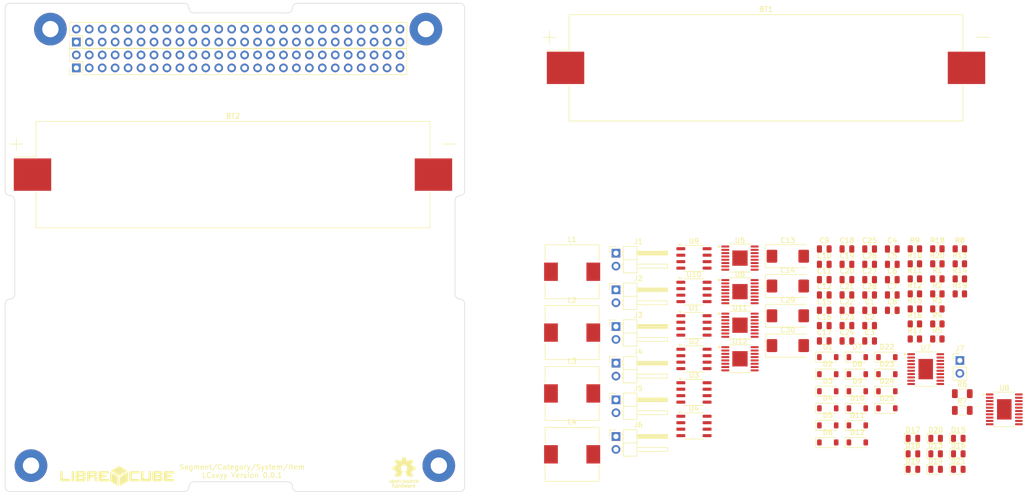
<source format=kicad_pcb>
(kicad_pcb (version 20240108) (generator "pcbnew") (generator_version "8.0")
  (layers (0 "F.Cu" signal) (1 "In1.Cu" power) (2 "In2.Cu" power) (31 "B.Cu" signal) (34 "B.Paste" user) (35 "F.Paste" user) (36 "B.SilkS" user "B.Silkscreen") (37 "F.SilkS" user "F.Silkscreen") (38 "B.Mask" user) (39 "F.Mask" user) (44 "Edge.Cuts" user))
  (net 0 "")
  (net 1 "GND")
  (net 2 "+BATT")
  (net 3 "CHARGE")
  (net 4 "Net-(D22-A)")
  (net 5 "Net-(U7-CR)")
  (net 6 "Net-(U8-CR)")
  (net 7 "Net-(U11-EN)")
  (net 8 "Net-(D17-K)")
  (net 9 "Net-(D18-A)")
  (net 10 "Net-(D18-K)")
  (net 15 "Net-(D19-K)")
  (net 17 "Net-(D19-A)")
  (net 24 "Net-(D20-K)")
  (net 26 "Net-(D20-A)")
  (net 41 "Net-(D17-A)")
  (net 44 "/Semi_Regulated_Bus")
  (net 46 "+5V")
  (net 47 "PWR_LCL_1")
  (net 48 "PWR_LCL_2")
  (net 77 "PWR_LCL_3")
  (net 78 "PWR_LCL_4")
  (net 79 "Net-(D1-A)")
  (net 80 "Net-(D3-A)")
  (net 81 "Net-(D5-A)")
  (net 82 "Net-(D7-A)")
  (net 83 "Net-(D10-A)")
  (net 84 "Net-(D11-A)")
  (net 86 "Net-(D13-K)")
  (net 88 "Net-(D14-K)")
  (net 95 "Net-(D15-K)")
  (net 97 "Net-(D16-K)")
  (net 99 "Net-(D21-K)")
  (net 103 "Net-(U7-ISNS)")
  (net 104 "ENA_LCL_2")
  (net 105 "ENA_LCL_3")
  (net 106 "ENA_LCL_1")
  (net 107 "ENA_LCL_4")
  (net 108 "S2")
  (net 113 "Net-(L1-Pad1)")
  (net 114 "Net-(L2-Pad1)")
  (net 115 "Net-(L3-Pad1)")
  (net 116 "Net-(L4-Pad1)")
  (net 117 "Net-(U8-ISNS)")
  (net 118 "Net-(U7-APG{slash}THERM)")
  (net 119 "Net-(U8-APG{slash}THERM)")
  (footprint "Connector_PinHeader_2.54mm:PinHeader_2x26_P2.54mm_Vertical" (layer "F.Cu") (at 96.52 53.975 90)
    (property "Reference" "H1" (hide yes))
    (property "Value" "ESQ-126-39-x-D" (hide yes))
    (pad "1" thru_hole rect (at 0 0 90) (size 1.7 1.7) (drill 1) (layers "*.Cu" "*.Mask"))
    (pad "2" thru_hole oval (at 2.54 0 90) (size 1.7 1.7) (drill 1) (layers "*.Cu" "*.Mask"))
    (pad "3" thru_hole oval (at 0 2.54 90) (size 1.7 1.7) (drill 1) (layers "*.Cu" "*.Mask"))
    (pad "4" thru_hole oval (at 2.54 2.54 90) (size 1.7 1.7) (drill 1) (layers "*.Cu" "*.Mask"))
    (pad "5" thru_hole oval (at 0 5.08 90) (size 1.7 1.7) (drill 1) (layers "*.Cu" "*.Mask"))
    (pad "6" thru_hole oval (at 2.54 5.08 90) (size 1.7 1.7) (drill 1) (layers "*.Cu" "*.Mask"))
    (pad "7" thru_hole oval (at 0 7.62 90) (size 1.7 1.7) (drill 1) (layers "*.Cu" "*.Mask"))
    (pad "8" thru_hole oval (at 2.54 7.62 90) (size 1.7 1.7) (drill 1) (layers "*.Cu" "*.Mask"))
    (pad "9" thru_hole oval (at 0 10.16 90) (size 1.7 1.7) (drill 1) (layers "*.Cu" "*.Mask"))
    (pad "10" thru_hole oval (at 2.54 10.16 90) (size 1.7 1.7) (drill 1) (layers "*.Cu" "*.Mask"))
    (pad "11" thru_hole oval (at 0 12.7 90) (size 1.7 1.7) (drill 1) (layers "*.Cu" "*.Mask"))
    (pad "12" thru_hole oval (at 2.54 12.7 90) (size 1.7 1.7) (drill 1) (layers "*.Cu" "*.Mask"))
    (pad "13" thru_hole oval (at 0 15.24 90) (size 1.7 1.7) (drill 1) (layers "*.Cu" "*.Mask"))
    (pad "14" thru_hole oval (at 2.54 15.24 90) (size 1.7 1.7) (drill 1) (layers "*.Cu" "*.Mask"))
    (pad "15" thru_hole oval (at 0 17.78 90) (size 1.7 1.7) (drill 1) (layers "*.Cu" "*.Mask"))
    (pad "16" thru_hole oval (at 2.54 17.78 90) (size 1.7 1.7) (drill 1) (layers "*.Cu" "*.Mask"))
    (pad "17" thru_hole oval (at 0 20.32 90) (size 1.7 1.7) (drill 1) (layers "*.Cu" "*.Mask"))
    (pad "18" thru_hole oval (at 2.54 20.32 90) (size 1.7 1.7) (drill 1) (layers "*.Cu" "*.Mask"))
    (pad "19" thru_hole oval (at 0 22.86 90) (size 1.7 1.7) (drill 1) (layers "*.Cu" "*.Mask"))
    (pad "20" thru_hole oval (at 2.54 22.86 90) (size 1.7 1.7) (drill 1) (layers "*.Cu" "*.Mask"))
    (pad "21" thru_hole oval (at 0 25.4 90) (size 1.7 1.7) (drill 1) (layers "*.Cu" "*.Mask"))
    (pad "22" thru_hole oval (at 2.54 25.4 90) (size 1.7 1.7) (drill 1) (layers "*.Cu" "*.Mask"))
    (pad "23" thru_hole oval (at 0 27.94 90) (size 1.7 1.7) (drill 1) (layers "*.Cu" "*.Mask"))
    (pad "24" thru_hole oval (at 2.54 27.94 90) (size 1.7 1.7) (drill 1) (layers "*.Cu" "*.Mask"))
    (pad "25" thru_hole oval (at 0 30.48 90) (size 1.7 1.7) (drill 1) (layers "*.Cu" "*.Mask") (net 46 "+5V"))
    (pad "26" thru_hole oval (at 2.54 30.48 90) (size 1.7 1.7) (drill 1) (layers "*.Cu" "*.Mask") (net 46 "+5V"))
    (pad "27" thru_hole oval (at 0 33.02 90) (size 1.7 1.7) (drill 1) (layers "*.Cu" "*.Mask"))
    (pad "28" thru_hole oval (at 2.54 33.02 90) (size 1.7 1.7) (drill 1) (layers "*.Cu" "*.Mask"))
    (pad "29" thru_hole oval (at 0 35.56 90) (size 1.7 1.7) (drill 1) (layers "*.Cu" "*.Mask"))
    (pad "30" thru_hole oval (at 2.54 35.56 90) (size 1.7 1.7) (drill 1) (layers "*.Cu" "*.Mask"))
    (pad "31" thru_hole oval (at 0 38.1 90) (size 1.7 1.7) (drill 1) (layers "*.Cu" "*.Mask") (net 3 "CHARGE"))
    (pad "32" thru_hole oval (at 2.54 38.1 90) (size 1.7 1.7) (drill 1) (layers "*.Cu" "*.Mask") (net 3 "CHARGE"))
    (pad "33" thru_hole oval (at 0 40.64 90) (size 1.7 1.7) (drill 1) (layers "*.Cu" "*.Mask") (net 1 "GND"))
    (pad "34" thru_hole oval (at 2.54 40.64 90) (size 1.7 1.7) (drill 1) (layers "*.Cu" "*.Mask") (net 1 "GND"))
    (pad "35" thru_hole oval (at 0 43.18 90) (size 1.7 1.7) (drill 1) (layers "*.Cu" "*.Mask"))
    (pad "36" thru_hole oval (at 2.54 43.18 90) (size 1.7 1.7) (drill 1) (layers "*.Cu" "*.Mask"))
    (pad "37" thru_hole oval (at 0 45.72 90) (size 1.7 1.7) (drill 1) (layers "*.Cu" "*.Mask"))
    (pad "38" thru_hole oval (at 2.54 45.72 90) (size 1.7 1.7) (drill 1) (layers "*.Cu" "*.Mask"))
    (pad "39" thru_hole oval (at 0 48.26 90) (size 1.7 1.7) (drill 1) (layers "*.Cu" "*.Mask"))
    (pad "40" thru_hole oval (at 2.54 48.26 90) (size 1.7 1.7) (drill 1) (layers "*.Cu" "*.Mask"))
    (pad "41" thru_hole oval (at 0 50.8 90) (size 1.7 1.7) (drill 1) (layers "*.Cu" "*.Mask"))
    (pad "42" thru_hole oval (at 2.54 50.8 90) (size 1.7 1.7) (drill 1) (layers "*.Cu" "*.Mask"))
    (pad "43" thru_hole oval (at 0 53.34 90) (size 1.7 1.7) (drill 1) (layers "*.Cu" "*.Mask"))
    (pad "44" thru_hole oval (at 2.54 53.34 90) (size 1.7 1.7) (drill 1) (layers "*.Cu" "*.Mask"))
    (pad "45" thru_hole oval (at 0 55.88 90) (size 1.7 1.7) (drill 1) (layers "*.Cu" "*.Mask") (net 107 "ENA_LCL_4"))
    (pad "46" thru_hole oval (at 2.54 55.88 90) (size 1.7 1.7) (drill 1) (layers "*.Cu" "*.Mask") (net 78 "PWR_LCL_4"))
    (pad "47" thru_hole oval (at 0 58.42 90) (size 1.7 1.7) (drill 1) (layers "*.Cu" "*.Mask") (net 105 "ENA_LCL_3"))
    (pad "48" thru_hole oval (at 2.54 58.42 90) (size 1.7 1.7) (drill 1) (layers "*.Cu" "*.Mask") (net 77 "PWR_LCL_3"))
    (pad "49" thru_hole oval (at 0 60.96 90) (size 1.7 1.7) (drill 1) (layers "*.Cu" "*.Mask") (net 104 "ENA_LCL_2"))
    (pad "50" thru_hole oval (at 2.54 60.96 90) (size 1.7 1.7) (drill 1) (layers "*.Cu" "*.Mask") (net 48 "PWR_LCL_2"))
    (pad "51" thru_hole oval (at 0 63.5 90) (size 1.7 1.7) (drill 1) (layers "*.Cu" "*.Mask") (net 106 "ENA_LCL_1"))
    (pad "52" thru_hole oval (at 2.54 63.5 90) (size 1.7 1.7) (drill 1) (layers "*.Cu" "*.Mask") (net 47 "PWR_LCL_1"))
  )
  (footprint "Connector_PinHeader_2.54mm:PinHeader_2x26_P2.54mm_Vertical" (layer "F.Cu") (at 96.52 48.895 90)
    (property "Reference" "H2" (hide yes))
    (property "Value" "ESQ-126-39-x-D" (hide yes))
    (pad "1" thru_hole rect (at 0 0 90) (size 1.7 1.7) (drill 1) (layers "*.Cu" "*.Mask"))
    (pad "2" thru_hole oval (at 2.54 0 90) (size 1.7 1.7) (drill 1) (layers "*.Cu" "*.Mask"))
    (pad "3" thru_hole oval (at 0 2.54 90) (size 1.7 1.7) (drill 1) (layers "*.Cu" "*.Mask"))
    (pad "4" thru_hole oval (at 2.54 2.54 90) (size 1.7 1.7) (drill 1) (layers "*.Cu" "*.Mask"))
    (pad "5" thru_hole oval (at 0 5.08 90) (size 1.7 1.7) (drill 1) (layers "*.Cu" "*.Mask"))
    (pad "6" thru_hole oval (at 2.54 5.08 90) (size 1.7 1.7) (drill 1) (layers "*.Cu" "*.Mask"))
    (pad "7" thru_hole oval (at 0 7.62 90) (size 1.7 1.7) (drill 1) (layers "*.Cu" "*.Mask"))
    (pad "8" thru_hole oval (at 2.54 7.62 90) (size 1.7 1.7) (drill 1) (layers "*.Cu" "*.Mask"))
    (pad "9" thru_hole oval (at 0 10.16 90) (size 1.7 1.7) (drill 1) (layers "*.Cu" "*.Mask"))
    (pad "10" thru_hole oval (at 2.54 10.16 90) (size 1.7 1.7) (drill 1) (layers "*.Cu" "*.Mask"))
    (pad "11" thru_hole oval (at 0 12.7 90) (size 1.7 1.7) (drill 1) (layers "*.Cu" "*.Mask"))
    (pad "12" thru_hole oval (at 2.54 12.7 90) (size 1.7 1.7) (drill 1) (layers "*.Cu" "*.Mask"))
    (pad "13" thru_hole oval (at 0 15.24 90) (size 1.7 1.7) (drill 1) (layers "*.Cu" "*.Mask"))
    (pad "14" thru_hole oval (at 2.54 15.24 90) (size 1.7 1.7) (drill 1) (layers "*.Cu" "*.Mask"))
    (pad "15" thru_hole oval (at 0 17.78 90) (size 1.7 1.7) (drill 1) (layers "*.Cu" "*.Mask"))
    (pad "16" thru_hole oval (at 2.54 17.78 90) (size 1.7 1.7) (drill 1) (layers "*.Cu" "*.Mask"))
    (pad "17" thru_hole oval (at 0 20.32 90) (size 1.7 1.7) (drill 1) (layers "*.Cu" "*.Mask"))
    (pad "18" thru_hole oval (at 2.54 20.32 90) (size 1.7 1.7) (drill 1) (layers "*.Cu" "*.Mask"))
    (pad "19" thru_hole oval (at 0 22.86 90) (size 1.7 1.7) (drill 1) (layers "*.Cu" "*.Mask"))
    (pad "20" thru_hole oval (at 2.54 22.86 90) (size 1.7 1.7) (drill 1) (layers "*.Cu" "*.Mask"))
    (pad "21" thru_hole oval (at 0 25.4 90) (size 1.7 1.7) (drill 1) (layers "*.Cu" "*.Mask"))
    (pad "22" thru_hole oval (at 2.54 25.4 90) (size 1.7 1.7) (drill 1) (layers "*.Cu" "*.Mask"))
    (pad "23" thru_hole oval (at 0 27.94 90) (size 1.7 1.7) (drill 1) (layers "*.Cu" "*.Mask"))
    (pad "24" thru_hole oval (at 2.54 27.94 90) (size 1.7 1.7) (drill 1) (layers "*.Cu" "*.Mask"))
    (pad "25" thru_hole oval (at 0 30.48 90) (size 1.7 1.7) (drill 1) (layers "*.Cu" "*.Mask") (net 46 "+5V"))
    (pad "26" thru_hole oval (at 2.54 30.48 90) (size 1.7 1.7) (drill 1) (layers "*.Cu" "*.Mask") (net 46 "+5V"))
    (pad "27" thru_hole oval (at 0 33.02 90) (size 1.7 1.7) (drill 1) (layers "*.Cu" "*.Mask"))
    (pad "28" thru_hole oval (at 2.54 33.02 90) (size 1.7 1.7) (drill 1) (layers "*.Cu" "*.Mask"))
    (pad "29" thru_hole oval (at 0 35.56 90) (size 1.7 1.7) (drill 1) (layers "*.Cu" "*.Mask") (net 1 "GND"))
    (pad "30" thru_hole oval (at 2.54 35.56 90) (size 1.7 1.7) (drill 1) (layers "*.Cu" "*.Mask") (net 1 "GND"))
    (pad "31" thru_hole oval (at 0 38.1 90) (size 1.7 1.7) (drill 1) (layers "*.Cu" "*.Mask") (net 1 "GND"))
    (pad "32" thru_hole oval (at 2.54 38.1 90) (size 1.7 1.7) (drill 1) (layers "*.Cu" "*.Mask") (net 1 "GND"))
    (pad "33" thru_hole oval (at 0 40.64 90) (size 1.7 1.7) (drill 1) (layers "*.Cu" "*.Mask"))
    (pad "34" thru_hole oval (at 2.54 40.64 90) (size 1.7 1.7) (drill 1) (layers "*.Cu" "*.Mask"))
    (pad "35" thru_hole oval (at 0 43.18 90) (size 1.7 1.7) (drill 1) (layers "*.Cu" "*.Mask"))
    (pad "36" thru_hole oval (at 2.54 43.18 90) (size 1.7 1.7) (drill 1) (layers "*.Cu" "*.Mask"))
    (pad "37" thru_hole oval (at 0 45.72 90) (size 1.7 1.7) (drill 1) (layers "*.Cu" "*.Mask") (net 108 "S2"))
    (pad "38" thru_hole oval (at 2.54 45.72 90) (size 1.7 1.7) (drill 1) (layers "*.Cu" "*.Mask") (net 108 "S2"))
    (pad "39" thru_hole oval (at 0 48.26 90) (size 1.7 1.7) (drill 1) (layers "*.Cu" "*.Mask") (net 108 "S2"))
    (pad "40" thru_hole oval (at 2.54 48.26 90) (size 1.7 1.7) (drill 1) (layers "*.Cu" "*.Mask") (net 108 "S2"))
    (pad "41" thru_hole oval (at 0 50.8 90) (size 1.7 1.7) (drill 1) (layers "*.Cu" "*.Mask") (net 1 "GND"))
    (pad "42" thru_hole oval (at 2.54 50.8 90) (size 1.7 1.7) (drill 1) (layers "*.Cu" "*.Mask") (net 1 "GND"))
    (pad "43" thru_hole oval (at 0 53.34 90) (size 1.7 1.7) (drill 1) (layers "*.Cu" "*.Mask") (net 1 "GND"))
    (pad "44" thru_hole oval (at 2.54 53.34 90) (size 1.7 1.7) (drill 1) (layers "*.Cu" "*.Mask") (net 1 "GND"))
    (pad "45" thru_hole oval (at 0 55.88 90) (size 1.7 1.7) (drill 1) (layers "*.Cu" "*.Mask") (net 2 "+BATT"))
    (pad "46" thru_hole oval (at 2.54 55.88 90) (size 1.7 1.7) (drill 1) (layers "*.Cu" "*.Mask") (net 2 "+BATT"))
    (pad "47" thru_hole oval (at 0 58.42 90) (size 1.7 1.7) (drill 1) (layers "*.Cu" "*.Mask"))
    (pad "48" thru_hole oval (at 2.54 58.42 90) (size 1.7 1.7) (drill 1) (layers "*.Cu" "*.Mask"))
    (pad "49" thru_hole oval (at 0 60.96 90) (size 1.7 1.7) (drill 1) (layers "*.Cu" "*.Mask"))
    (pad "50" thru_hole oval (at 2.54 60.96 90) (size 1.7 1.7) (drill 1) (layers "*.Cu" "*.Mask"))
    (pad "51" thru_hole oval (at 0 63.5 90) (size 1.7 1.7) (drill 1) (layers "*.Cu" "*.Mask"))
    (pad "52" thru_hole oval (at 2.54 63.5 90) (size 1.7 1.7) (drill 1) (layers "*.Cu" "*.Mask"))
  )
  (footprint "MountingHole:MountingHole_3.2mm_M3_Pad" (layer "F.Cu") (at 91.44 46.355)
    (property "Reference" "M1" (hide yes))
    (property "Value" "MountingHole" (hide yes))
    (pad "1" thru_hole circle (at 0 0) (size 6.4 6.4) (drill 3.2) (layers "*.Cu" "*.Mask"))
  )
  (footprint "MountingHole:MountingHole_3.2mm_M3_Pad" (layer "F.Cu") (at 165.1 46.355)
    (property "Reference" "M2" (hide yes))
    (property "Value" "MountingHole" (hide yes))
    (pad "1" thru_hole circle (at 0 0) (size 6.4 6.4) (drill 3.2) (layers "*.Cu" "*.Mask"))
  )
  (footprint "MountingHole:MountingHole_3.2mm_M3_Pad" (layer "F.Cu") (at 167.64 132.08)
    (property "Reference" "M3" (hide yes))
    (property "Value" "MountingHole" (hide yes))
    (pad "1" thru_hole circle (at 0 0) (size 6.4 6.4) (drill 3.2) (layers "*.Cu" "*.Mask"))
  )
  (footprint "MountingHole:MountingHole_3.2mm_M3_Pad" (layer "F.Cu") (at 87.63 132.08)
    (property "Reference" "M4" (hide yes))
    (property "Value" "MountingHole" (hide yes))
    (pad "1" thru_hole circle (at 0 0) (size 6.4 6.4) (drill 3.2) (layers "*.Cu" "*.Mask"))
  )
  (footprint "librecube_pcb_template:LibreCube_logo_22.4mm" (layer "F.Cu") (at 104.55 134.16)
    (property "Reference" "G***" (hide yes))
    (property "Value" "LOGO" (hide yes))
  )
  (footprint "Resistor_SMD:R_0805_2012Metric" (layer "F.Cu") (at 261.0315 98.356)
    (property "Reference" "R12" (at 0 -1.65 0) (layer "F.SilkS"))
    (property "Value" "110k")
    (pad "1" smd roundrect (at -0.9125 0) (size 1.025 1.4) (layers "F.Cu" "F.Paste" "F.Mask") (roundrect_rratio 0.243902) (net 119 "Net-(U8-APG{slash}THERM)"))
    (pad "2" smd roundrect (at 0.9125 0) (size 1.025 1.4) (layers "F.Cu" "F.Paste" "F.Mask") (roundrect_rratio 0.243902) (net 1 "GND"))
  )
  (footprint "Capacitor_SMD:C_0805_2012Metric" (layer "F.Cu") (at 256.6015 101.576)
    (property "Reference" "C8" (at 0 -1.68 0) (layer "F.SilkS"))
    (property "Value" "0.1uF")
    (pad "1" smd roundrect (at -0.95 0) (size 1 1.45) (layers "F.Cu" "F.Paste" "F.Mask") (net 78 "PWR_LCL_4"))
    (pad "2" smd roundrect (at 0.95 0) (size 1 1.45) (layers "F.Cu" "F.Paste" "F.Mask") (net 1 "GND"))
  )
  (footprint "Diode_SMD:D_0805_2012Metric" (layer "F.Cu") (at 260.6515 129.761)
    (property "Reference" "D18" (at 0 -1.65 0) (layer "F.SilkS"))
    (property "Value" "LED")
    (pad "1" smd roundrect (at -0.9375 0) (size 0.975 1.4) (layers "F.Cu" "F.Paste" "F.Mask") (net 10 "Net-(D18-K)"))
    (pad "2" smd roundrect (at 0.9375 0) (size 0.975 1.4) (layers "F.Cu" "F.Paste" "F.Mask") (net 9 "Net-(D18-A)"))
  )
  (footprint "Resistor_SMD:R_0805_2012Metric" (layer "F.Cu") (at 261.0315 89.506)
    (property "Reference" "R9" (at 0 -1.65 0) (layer "F.SilkS"))
    (property "Value" "309k")
    (pad "1" smd roundrect (at -0.9125 0) (size 1.025 1.4) (layers "F.Cu" "F.Paste" "F.Mask") (roundrect_rratio 0.243902) (net 4 "Net-(D22-A)"))
    (pad "2" smd roundrect (at 0.9125 0) (size 1.025 1.4) (layers "F.Cu" "F.Paste" "F.Mask") (roundrect_rratio 0.243902) (net 118 "Net-(U7-APG{slash}THERM)"))
  )
  (footprint "Resistor_SMD:R_0805_2012Metric" (layer "F.Cu") (at 265.4415 89.506)
    (property "Reference" "R18" (at 0 -1.65 0) (layer "F.SilkS"))
    (property "Value" "1.5k")
    (pad "1" smd roundrect (at -0.9125 0) (size 1.025 1.4) (layers "F.Cu" "F.Paste" "F.Mask") (roundrect_rratio 0.243902) (net 4 "Net-(D22-A)"))
    (pad "2" smd roundrect (at 0.9125 0) (size 1.025 1.4) (layers "F.Cu" "F.Paste" "F.Mask") (roundrect_rratio 0.243902) (net 26 "Net-(D20-A)"))
  )
  (footprint "Diode_SMD:D_SOD-123" (layer "F.Cu") (at 249.7415 127.526)
    (property "Reference" "D12" (at 0 -2 0) (layer "F.SilkS"))
    (property "Value" "D_Schottky")
    (pad "1" smd roundrect (at -1.65 0) (size 0.9 1.2) (layers "F.Cu" "F.Paste" "F.Mask") (net 3 "CHARGE"))
    (pad "2" smd roundrect (at 1.65 0) (size 0.9 1.2) (layers "F.Cu" "F.Paste" "F.Mask") (net 84 "Net-(D11-A)"))
  )
  (footprint "Resistor_SMD:R_0805_2012Metric" (layer "F.Cu") (at 269.8515 95.406)
    (property "Reference" "R14" (at 0 -1.65 0) (layer "F.SilkS"))
    (property "Value" "1.5k")
    (pad "1" smd roundrect (at -0.9125 0) (size 1.025 1.4) (layers "F.Cu" "F.Paste" "F.Mask") (roundrect_rratio 0.243902) (net 97 "Net-(D16-K)"))
    (pad "2" smd roundrect (at 0.9125 0) (size 1.025 1.4) (layers "F.Cu" "F.Paste" "F.Mask") (roundrect_rratio 0.243902) (net 1 "GND"))
  )
  (footprint "Capacitor_SMD:C_0805_2012Metric" (layer "F.Cu") (at 256.6015 95.556)
    (property "Reference" "C6" (at 0 -1.68 0) (layer "F.SilkS"))
    (property "Value" "0.1uF")
    (pad "1" smd roundrect (at -0.95 0) (size 1 1.45) (layers "F.Cu" "F.Paste" "F.Mask") (net 48 "PWR_LCL_2"))
    (pad "2" smd roundrect (at 0.95 0) (size 1 1.45) (layers "F.Cu" "F.Paste" "F.Mask") (net 1 "GND"))
  )
  (footprint "Diode_SMD:D_SOD-123" (layer "F.Cu") (at 249.7415 117.476)
    (property "Reference" "D9" (at 0 -2 0) (layer "F.SilkS"))
    (property "Value" "D_Schottky")
    (pad "1" smd roundrect (at -1.65 0) (size 0.9 1.2) (layers "F.Cu" "F.Paste" "F.Mask") (net 3 "CHARGE"))
    (pad "2" smd roundrect (at 1.65 0) (size 0.9 1.2) (layers "F.Cu" "F.Paste" "F.Mask") (net 83 "Net-(D10-A)"))
  )
  (footprint "Diode_SMD:D_SOD-123" (layer "F.Cu") (at 249.7415 120.826)
    (property "Reference" "D10" (at 0 -2 0) (layer "F.SilkS"))
    (property "Value" "D_Schottky")
    (pad "1" smd roundrect (at -1.65 0) (size 0.9 1.2) (layers "F.Cu" "F.Paste" "F.Mask") (net 3 "CHARGE"))
    (pad "2" smd roundrect (at 1.65 0) (size 0.9 1.2) (layers "F.Cu" "F.Paste" "F.Mask") (net 83 "Net-(D10-A)"))
  )
  (footprint "Resistor_SMD:R_0805_2012Metric" (layer "F.Cu") (at 261.0315 104.256)
    (property "Reference" "R16" (at 0 -1.65 0) (layer "F.SilkS"))
    (property "Value" "1.5k")
    (pad "1" smd roundrect (at -0.9125 0) (size 1.025 1.4) (layers "F.Cu" "F.Paste" "F.Mask") (roundrect_rratio 0.243902) (net 4 "Net-(D22-A)"))
    (pad "2" smd roundrect (at 0.9125 0) (size 1.025 1.4) (layers "F.Cu" "F.Paste" "F.Mask") (roundrect_rratio 0.243902) (net 9 "Net-(D18-A)"))
  )
  (footprint "Package_SO:HTSSOP-16-1EP_4.4x5mm_P0.65mm_EP3x3mm" (layer "F.Cu") (at 226.7165 91.326)
    (property "Reference" "U5" (at 0 -3.45 0) (layer "F.SilkS"))
    (property "Value" "TPS61032")
    (pad "1" smd roundrect (at -2.875 -2.275) (size 1.55 0.4) (layers "F.Cu" "F.Paste" "F.Mask") (net 113 "Net-(L1-Pad1)"))
    (pad "2" smd roundrect (at -2.875 -1.625) (size 1.55 0.4) (layers "F.Cu" "F.Paste" "F.Mask") (net 113 "Net-(L1-Pad1)"))
    (pad "3" smd roundrect (at -2.875 -0.975) (size 1.55 0.4) (layers "F.Cu" "F.Paste" "F.Mask") (net 1 "GND"))
    (pad "4" smd roundrect (at -2.875 -0.325) (size 1.55 0.4) (layers "F.Cu" "F.Paste" "F.Mask") (net 1 "GND"))
    (pad "5" smd roundrect (at -2.875 0.325) (size 1.55 0.4) (layers "F.Cu" "F.Paste" "F.Mask") (net 1 "GND"))
    (pad "6" smd roundrect (at -2.875 0.975) (size 1.55 0.4) (layers "F.Cu" "F.Paste" "F.Mask") (net 3 "CHARGE"))
    (pad "7" smd roundrect (at -2.875 1.625) (size 1.55 0.4) (layers "F.Cu" "F.Paste" "F.Mask") (net 1 "GND"))
    (pad "8" smd roundrect (at -2.875 2.275) (size 1.55 0.4) (layers "F.Cu" "F.Paste" "F.Mask") (net 1 "GND"))
    (pad "9" smd roundrect (at 2.875 2.275) (size 1.55 0.4) (layers "F.Cu" "F.Paste" "F.Mask") (net 3 "CHARGE"))
    (pad "10" smd roundrect (at 2.875 1.625) (size 1.55 0.4) (layers "F.Cu" "F.Paste" "F.Mask"))
    (pad "11" smd roundrect (at 2.875 0.975) (size 1.55 0.4) (layers "F.Cu" "F.Paste" "F.Mask") (net 1 "GND"))
    (pad "12" smd roundrect (at 2.875 0.325) (size 1.55 0.4) (layers "F.Cu" "F.Paste" "F.Mask"))
    (pad "13" smd roundrect (at 2.875 -0.325) (size 1.55 0.4) (layers "F.Cu" "F.Paste" "F.Mask") (net 4 "Net-(D22-A)"))
    (pad "14" smd roundrect (at 2.875 -0.975) (size 1.55 0.4) (layers "F.Cu" "F.Paste" "F.Mask") (net 4 "Net-(D22-A)"))
    (pad "15" smd roundrect (at 2.875 -1.625) (size 1.55 0.4) (layers "F.Cu" "F.Paste" "F.Mask") (net 4 "Net-(D22-A)"))
    (pad "16" smd roundrect (at 2.875 -2.275) (size 1.55 0.4) (layers "F.Cu" "F.Paste" "F.Mask"))
    (pad "17" smd rect (at 0 0) (size 3 3) (property pad_prop_heatsink) (layers "F.Cu" "F.Mask") (net 1 "GND"))
  )
  (footprint "Capacitor_SMD:C_0805_2012Metric" (layer "F.Cu") (at 247.7015 89.536)
    (property "Reference" "C18" (at 0 -1.68 0) (layer "F.SilkS"))
    (property "Value" "0.22uF")
    (pad "1" smd roundrect (at -0.95 0) (size 1 1.45) (layers "F.Cu" "F.Paste" "F.Mask") (net 6 "Net-(U8-CR)"))
    (pad "2" smd roundrect (at 0.95 0) (size 1 1.45) (layers "F.Cu" "F.Paste" "F.Mask") (net 1 "GND"))
  )
  (footprint "Capacitor_Tantalum_SMD:CP_EIA-7343-31_Kemet-D" (layer "F.Cu") (at 236.1065 96.806)
    (property "Reference" "C14" (at 0 -3.1 0) (layer "F.SilkS"))
    (property "Value" "220uF")
    (pad "1" smd roundrect (at -3.1125 0) (size 2.075 2.55) (layers "F.Cu" "F.Paste" "F.Mask") (roundrect_rratio 0.120482) (net 4 "Net-(D22-A)"))
    (pad "2" smd roundrect (at 3.1125 0) (size 2.075 2.55) (layers "F.Cu" "F.Paste" "F.Mask") (roundrect_rratio 0.120482) (net 1 "GND"))
  )
  (footprint "Diode_SMD:D_SOD-123" (layer "F.Cu") (at 255.5365 120.826)
    (property "Reference" "D25" (at 0 -2 0) (layer "F.SilkS"))
    (property "Value" "D_Schottky")
    (pad "1" smd roundrect (at -1.65 0) (size 0.9 1.2) (layers "F.Cu" "F.Paste" "F.Mask") (net 44 "/Semi_Regulated_Bus"))
    (pad "2" smd roundrect (at 1.65 0) (size 0.9 1.2) (layers "F.Cu" "F.Paste" "F.Mask") (net 2 "+BATT"))
  )
  (footprint "Diode_SMD:D_SOD-123" (layer "F.Cu") (at 255.5365 110.776)
    (property "Reference" "D22" (at 0 -2 0) (layer "F.SilkS"))
    (property "Value" "D_Schottky")
    (pad "1" smd roundrect (at -1.65 0) (size 0.9 1.2) (layers "F.Cu" "F.Paste" "F.Mask") (net 44 "/Semi_Regulated_Bus"))
    (pad "2" smd roundrect (at 1.65 0) (size 0.9 1.2) (layers "F.Cu" "F.Paste" "F.Mask") (net 4 "Net-(D22-A)"))
  )
  (footprint "Capacitor_SMD:C_0805_2012Metric" (layer "F.Cu") (at 247.7015 95.556)
    (property "Reference" "C20" (at 0 -1.68 0) (layer "F.SilkS"))
    (property "Value" "10uF")
    (pad "1" smd roundrect (at -0.95 0) (size 1 1.45) (layers "F.Cu" "F.Paste" "F.Mask") (net 2 "+BATT"))
    (pad "2" smd roundrect (at 0.95 0) (size 1 1.45) (layers "F.Cu" "F.Paste" "F.Mask") (net 1 "GND"))
  )
  (footprint "Resistor_SMD:R_0805_2012Metric" (layer "F.Cu") (at 265.4415 92.456)
    (property "Reference" "R20" (at 0 -1.65 0) (layer "F.SilkS"))
    (property "Value" "1M")
    (pad "1" smd roundrect (at -0.9125 0) (size 1.025 1.4) (layers "F.Cu" "F.Paste" "F.Mask") (roundrect_rratio 0.243902) (net 44 "/Semi_Regulated_Bus"))
    (pad "2" smd roundrect (at 0.9125 0) (size 1.025 1.4) (layers "F.Cu" "F.Paste" "F.Mask") (roundrect_rratio 0.243902) (net 108 "S2"))
  )
  (footprint "Capacitor_SMD:C_0805_2012Metric" (layer "F.Cu") (at 243.2515 104.586)
    (property "Reference" "C16" (at 0 -1.68 0) (layer "F.SilkS"))
    (property "Value" "10uF")
    (pad "1" smd roundrect (at -0.95 0) (size 1 1.45) (layers "F.Cu" "F.Paste" "F.Mask") (net 4 "Net-(D22-A)"))
    (pad "2" smd roundrect (at 0.95 0) (size 1 1.45) (layers "F.Cu" "F.Paste" "F.Mask") (net 1 "GND"))
  )
  (footprint "Inductor_SMD:L_10.4x10.4_H4.8" (layer "F.Cu") (at 193.7915 129.856)
    (property "Reference" "L4" (at 0 -6.35 0) (layer "F.SilkS"))
    (property "Value" "6.8uH")
    (pad "1" smd rect (at -4.15 0) (size 2.7 3.6) (layers "F.Cu" "F.Paste" "F.Mask") (net 116 "Net-(L4-Pad1)"))
    (pad "2" smd rect (at 4.15 0) (size 2.7 3.6) (layers "F.Cu" "F.Paste" "F.Mask") (net 7 "Net-(U11-EN)"))
  )
  (footprint "Package_SO:HTSSOP-20-1EP_4.4x6.5mm_P0.65mm_EP2.85x4mm" (layer "F.Cu") (at 278.5695 121.027)
    (property "Reference" "U8" (at 0 -4.2 0) (layer "F.SilkS"))
    (property "Value" "bq24002")
    (pad "1" smd roundrect (at -2.8625 -2.925) (size 1.475 0.4) (layers "F.Cu" "F.Paste" "F.Mask"))
    (pad "2" smd roundrect (at -2.8625 -2.275) (size 1.475 0.4) (layers "F.Cu" "F.Paste" "F.Mask") (net 117 "Net-(U8-ISNS)"))
    (pad "3" smd roundrect (at -2.8625 -1.625) (size 1.475 0.4) (layers "F.Cu" "F.Paste" "F.Mask") (net 117 "Net-(U8-ISNS)"))
    (pad "4" smd roundrect (at -2.8625 -0.975) (size 1.475 0.4) (layers "F.Cu" "F.Paste" "F.Mask") (net 4 "Net-(D22-A)"))
    (pad "5" smd roundrect (at -2.8625 -0.325) (size 1.475 0.4) (layers "F.Cu" "F.Paste" "F.Mask") (net 117 "Net-(U8-ISNS)"))
    (pad "6" smd roundrect (at -2.8625 0.325) (size 1.475 0.4) (layers "F.Cu" "F.Paste" "F.Mask"))
    (pad "7" smd roundrect (at -2.8625 0.975) (size 1.475 0.4) (layers "F.Cu" "F.Paste" "F.Mask") (net 119 "Net-(U8-APG{slash}THERM)"))
    (pad "8" smd roundrect (at -2.8625 1.625) (size 1.475 0.4) (layers "F.Cu" "F.Paste" "F.Mask") (net 4 "Net-(D22-A)"))
    (pad "9" smd roundrect (at -2.8625 2.275) (size 1.475 0.4) (layers "F.Cu" "F.Paste" "F.Mask") (net 4 "Net-(D22-A)"))
    (pad "10" smd roundrect (at -2.8625 2.925) (size 1.475 0.4) (layers "F.Cu" "F.Paste" "F.Mask") (net 1 "GND"))
    (pad "11" smd roundrect (at 2.8625 2.925) (size 1.475 0.4) (layers "F.Cu" "F.Paste" "F.Mask"))
    (pad "12" smd roundrect (at 2.8625 2.275) (size 1.475 0.4) (layers "F.Cu" "F.Paste" "F.Mask") (net 6 "Net-(U8-CR)"))
    (pad "13" smd roundrect (at 2.8625 1.625) (size 1.475 0.4) (layers "F.Cu" "F.Paste" "F.Mask") (net 1 "GND"))
    (pad "14" smd roundrect (at 2.8625 0.975) (size 1.475 0.4) (layers "F.Cu" "F.Paste" "F.Mask") (net 24 "Net-(D20-K)"))
    (pad "15" smd roundrect (at 2.8625 0.325) (size 1.475 0.4) (layers "F.Cu" "F.Paste" "F.Mask") (net 10 "Net-(D18-K)"))
    (pad "16" smd roundrect (at 2.8625 -0.325) (size 1.475 0.4) (layers "F.Cu" "F.Paste" "F.Mask") (net 1 "GND"))
    (pad "17" smd roundrect (at 2.8625 -0.975) (size 1.475 0.4) (layers "F.Cu" "F.Paste" "F.Mask") (net 2 "+BATT"))
    (pad "18" smd roundrect (at 2.8625 -1.625) (size 1.475 0.4) (layers "F.Cu" "F.Paste" "F.Mask") (net 2 "+BATT"))
    (pad "19" smd roundrect (at 2.8625 -2.275) (size 1.475 0.4) (layers "F.Cu" "F.Paste" "F.Mask") (net 2 "+BATT"))
    (pad "20" smd roundrect (at 2.8625 -2.925) (size 1.475 0.4) (layers "F.Cu" "F.Paste" "F.Mask"))
    (pad "21" smd rect (at 0 0) (size 2.85 4) (property pad_prop_heatsink) (layers "F.Cu" "F.Mask"))
  )
  (footprint "Package_SO:HTSSOP-16-1EP_4.4x5mm_P0.65mm_EP3x3mm" (layer "F.Cu") (at 226.7165 104.506)
    (property "Reference" "U11" (at 0 -3.45 0) (layer "F.SilkS"))
    (property "Value" "TPS61032")
    (pad "1" smd roundrect (at -2.875 -2.275) (size 1.55 0.4) (layers "F.Cu" "F.Paste" "F.Mask") (net 115 "Net-(L3-Pad1)"))
    (pad "2" smd roundrect (at -2.875 -1.625) (size 1.55 0.4) (layers "F.Cu" "F.Paste" "F.Mask") (net 115 "Net-(L3-Pad1)"))
    (pad "3" smd roundrect (at -2.875 -0.975) (size 1.55 0.4) (layers "F.Cu" "F.Paste" "F.Mask") (net 1 "GND"))
    (pad "4" smd roundrect (at -2.875 -0.325) (size 1.55 0.4) (layers "F.Cu" "F.Paste" "F.Mask") (net 1 "GND"))
    (pad "5" smd roundrect (at -2.875 0.325) (size 1.55 0.4) (layers "F.Cu" "F.Paste" "F.Mask") (net 1 "GND"))
    (pad "6" smd roundrect (at -2.875 0.975) (size 1.55 0.4) (layers "F.Cu" "F.Paste" "F.Mask") (net 7 "Net-(U11-EN)"))
    (pad "7" smd roundrect (at -2.875 1.625) (size 1.55 0.4) (layers "F.Cu" "F.Paste" "F.Mask") (net 1 "GND"))
    (pad "8" smd roundrect (at -2.875 2.275) (size 1.55 0.4) (layers "F.Cu" "F.Paste" "F.Mask") (net 1 "GND"))
    (pad "9" smd roundrect (at 2.875 2.275) (size 1.55 0.4) (layers "F.Cu" "F.Paste" "F.Mask") (net 7 "Net-(U11-EN)"))
    (pad "10" smd roundrect (at 2.875 1.625) (size 1.55 0.4) (layers "F.Cu" "F.Paste" "F.Mask"))
    (pad "11" smd roundrect (at 2.875 0.975) (size 1.55 0.4) (layers "F.Cu" "F.Paste" "F.Mask") (net 1 "GND"))
    (pad "12" smd roundrect (at 2.875 0.325) (size 1.55 0.4) (layers "F.Cu" "F.Paste" "F.Mask"))
    (pad "13" smd roundrect (at 2.875 -0.325) (size 1.55 0.4) (layers "F.Cu" "F.Paste" "F.Mask") (net 46 "+5V"))
    (pad "14" smd roundrect (at 2.875 -0.975) (size 1.55 0.4) (layers "F.Cu" "F.Paste" "F.Mask") (net 46 "+5V"))
    (pad "15" smd roundrect (at 2.875 -1.625) (size 1.55 0.4) (layers "F.Cu" "F.Paste" "F.Mask") (net 46 "+5V"))
    (pad "16" smd roundrect (at 2.875 -2.275) (size 1.55 0.4) (layers "F.Cu" "F.Paste" "F.Mask"))
    (pad "17" smd rect (at 0 0) (size 3 3) (property pad_prop_heatsink) (layers "F.Cu" "F.Mask") (net 1 "GND"))
  )
  (footprint "Resistor_SMD:R_0805_2012Metric" (layer "F.Cu") (at 265.4415 98.356)
    (property "Reference" "R2" (at 0 -1.65 0) (layer "F.SilkS"))
    (property "Value" "1M")
    (pad "1" smd roundrect (at -0.9125 0) (size 1.025 1.4) (layers "F.Cu" "F.Paste" "F.Mask") (roundrect_rratio 0.243902) (net 104 "ENA_LCL_2"))
    (pad "2" smd roundrect (at 0.9125 0) (size 1.025 1.4) (layers "F.Cu" "F.Paste" "F.Mask") (roundrect_rratio 0.243902) (net 1 "GND"))
  )
  (footprint "Connector_PinHeader_2.54mm:PinHeader_1x02_P2.54mm_Horizontal" (layer "F.Cu") (at 202.3915 97.556)
    (property "Reference" "J2" (at 4.385 -2.27 0) (layer "F.SilkS"))
    (property "Value" "Conn_01x02")
    (pad "1" thru_hole rect (at 0 0) (size 1.7 1.7) (drill 1) (layers "*.Cu" "*.Mask") (net 80 "Net-(D3-A)"))
    (pad "2" thru_hole oval (at 0 2.54) (size 1.7 1.7) (drill 1) (layers "*.Cu" "*.Mask") (net 1 "GND"))
  )
  (footprint "Diode_SMD:D_SOD-123" (layer "F.Cu") (at 243.9465 127.526)
    (property "Reference" "D6" (at 0 -2 0) (layer "F.SilkS"))
    (property "Value" "D_Schottky")
    (pad "1" smd roundrect (at -1.65 0) (size 0.9 1.2) (layers "F.Cu" "F.Paste" "F.Mask") (net 3 "CHARGE"))
    (pad "2" smd roundrect (at 1.65 0) (size 0.9 1.2) (layers "F.Cu" "F.Paste" "F.Mask") (net 81 "Net-(D5-A)"))
  )
  (footprint "Capacitor_SMD:C_0805_2012Metric" (layer "F.Cu") (at 252.1515 95.556)
    (property "Reference" "C27" (at 0 -1.68 0) (layer "F.SilkS"))
    (property "Value" "2.2uF")
    (pad "1" smd roundrect (at -0.95 0) (size 1 1.45) (layers "F.Cu" "F.Paste" "F.Mask") (net 46 "+5V"))
    (pad "2" smd roundrect (at 0.95 0) (size 1 1.45) (layers "F.Cu" "F.Paste" "F.Mask") (net 1 "GND"))
  )
  (footprint "Diode_SMD:D_0805_2012Metric" (layer "F.Cu") (at 265.1015 129.761)
    (property "Reference" "D13" (at 0 -1.65 0) (layer "F.SilkS"))
    (property "Value" "LED")
    (pad "1" smd roundrect (at -0.9375 0) (size 0.975 1.4) (layers "F.Cu" "F.Paste" "F.Mask") (net 86 "Net-(D13-K)"))
    (pad "2" smd roundrect (at 0.9375 0) (size 0.975 1.4) (layers "F.Cu" "F.Paste" "F.Mask") (net 47 "PWR_LCL_1"))
  )
  (footprint "Connector_PinHeader_2.54mm:PinHeader_1x02_P2.54mm_Horizontal" (layer "F.Cu") (at 202.3915 90.356)
    (property "Reference" "J1" (at 4.385 -2.27 0) (layer "F.SilkS"))
    (property "Value" "Conn_01x02")
    (pad "1" thru_hole rect (at 0 0) (size 1.7 1.7) (drill 1) (layers "*.Cu" "*.Mask") (net 79 "Net-(D1-A)"))
    (pad "2" thru_hole oval (at 0 2.54) (size 1.7 1.7) (drill 1) (layers "*.Cu" "*.Mask") (net 1 "GND"))
  )
  (footprint "Resistor_SMD:R_1206_3216Metric" (layer "F.Cu") (at 270.3315 121.236)
    (property "Reference" "R7" (at 0 -1.82 0) (layer "F.SilkS"))
    (property "Value" "0.1")
    (pad "1" smd roundrect (at -1.4625 0) (size 1.125 1.75) (layers "F.Cu" "F.Paste" "F.Mask") (roundrect_rratio 0.222222) (net 117 "Net-(U8-ISNS)"))
    (pad "2" smd roundrect (at 1.4625 0) (size 1.125 1.75) (layers "F.Cu" "F.Paste" "F.Mask") (roundrect_rratio 0.222222) (net 4 "Net-(D22-A)"))
  )
  (footprint "Capacitor_SMD:C_0805_2012Metric" (layer "F.Cu") (at 252.1515 101.576)
    (property "Reference" "C1" (at 0 -1.68 0) (layer "F.SilkS"))
    (property "Value" "0.1uF")
    (pad "1" smd roundrect (at -0.95 0) (size 1 1.45) (layers "F.Cu" "F.Paste" "F.Mask") (net 46 "+5V"))
    (pad "2" smd roundrect (at 0.95 0) (size 1 1.45) (layers "F.Cu" "F.Paste" "F.Mask") (net 1 "GND"))
  )
  (footprint "Connector_PinHeader_2.54mm:PinHeader_1x02_P2.54mm_Horizontal" (layer "F.Cu") (at 202.3915 126.356)
    (property "Reference" "J6" (at 4.385 -2.27 0) (layer "F.SilkS"))
    (property "Value" "Conn_01x02")
    (pad "1" thru_hole rect (at 0 0) (size 1.7 1.7) (drill 1) (layers "*.Cu" "*.Mask") (net 84 "Net-(D11-A)"))
    (pad "2" thru_hole oval (at 0 2.54) (size 1.7 1.7) (drill 1) (layers "*.Cu" "*.Mask") (net 1 "GND"))
  )
  (footprint "Resistor_SMD:R_0805_2012Metric" (layer "F.Cu") (at 261.0315 92.456)
    (property "Reference" "R10" (at 0 -1.65 0) (layer "F.SilkS"))
    (property "Value" "110k")
    (pad "1" smd roundrect (at -0.9125 0) (size 1.025 1.4) (layers "F.Cu" "F.Paste" "F.Mask") (roundrect_rratio 0.243902) (net 118 "Net-(U7-APG{slash}THERM)"))
    (pad "2" smd roundrect (at 0.9125 0) (size 1.025 1.4) (layers "F.Cu" "F.Paste" "F.Mask") (roundrect_rratio 0.243902) (net 1 "GND"))
  )
  (footprint "Resistor_SMD:R_0805_2012Metric" (layer "F.Cu") (at 261.0315 107.206)
    (property "Reference" "R17" (at 0 -1.65 0) (layer "F.SilkS"))
    (property "Value" "1.5k")
    (pad "1" smd roundrect (at -0.9125 0) (size 1.025 1.4) (layers "F.Cu" "F.Paste" "F.Mask") (roundrect_rratio 0.243902) (net 4 "Net-(D22-A)"))
    (pad "2" smd roundrect (at 0.9125 0) (size 1.025 1.4) (layers "F.Cu" "F.Paste" "F.Mask") (roundrect_rratio 0.243902) (net 17 "Net-(D19-A)"))
  )
  (footprint "Diode_SMD:D_SOD-123" (layer "F.Cu") (at 243.9465 117.476)
    (property "Reference" "D3" (at 0 -2 0) (layer "F.SilkS"))
    (property "Value" "D_Schottky")
    (pad "1" smd roundrect (at -1.65 0) (size 0.9 1.2) (layers "F.Cu" "F.Paste" "F.Mask") (net 3 "CHARGE"))
    (pad "2" smd roundrect (at 1.65 0) (size 0.9 1.2) (layers "F.Cu" "F.Paste" "F.Mask") (net 80 "Net-(D3-A)"))
  )
  (footprint "Capacitor_Tantalum_SMD:CP_EIA-7343-31_Kemet-D" (layer "F.Cu") (at 236.1065 102.656)
    (property "Reference" "C29" (at 0 -3.1 0) (layer "F.SilkS"))
    (property "Value" "220uF")
    (pad "1" smd roundrect (at -3.1125 0) (size 2.075 2.55) (layers "F.Cu" "F.Paste" "F.Mask") (roundrect_rratio 0.120482) (net 46 "+5V"))
    (pad "2" smd roundrect (at 3.1125 0) (size 2.075 2.55) (layers "F.Cu" "F.Paste" "F.Mask") (roundrect_rratio 0.120482) (net 1 "GND"))
  )
  (footprint "Package_SO:SO-8_3.9x4.9mm_P1.27mm" (layer "F.Cu") (at 217.6915 111.126)
    (property "Reference" "U2" (at 0 -3.4 0) (layer "F.SilkS"))
    (property "Value" "TPS2034")
    (pad "1" smd roundrect (at -2.575 -1.905) (size 1.75 0.6) (layers "F.Cu" "F.Paste" "F.Mask") (net 1 "GND"))
    (pad "2" smd roundrect (at -2.575 -0.635) (size 1.75 0.6) (layers "F.Cu" "F.Paste" "F.Mask") (net 46 "+5V"))
    (pad "3" smd roundrect (at -2.575 0.635) (size 1.75 0.6) (layers "F.Cu" "F.Paste" "F.Mask") (net 46 "+5V"))
    (pad "4" smd roundrect (at -2.575 1.905) (size 1.75 0.6) (layers "F.Cu" "F.Paste" "F.Mask") (net 104 "ENA_LCL_2"))
    (pad "5" smd roundrect (at 2.575 1.905) (size 1.75 0.6) (layers "F.Cu" "F.Paste" "F.Mask"))
    (pad "6" smd roundrect (at 2.575 0.635) (size 1.75 0.6) (layers "F.Cu" "F.Paste" "F.Mask") (net 48 "PWR_LCL_2"))
    (pad "7" smd roundrect (at 2.575 -0.635) (size 1.75 0.6) (layers "F.Cu" "F.Paste" "F.Mask") (net 48 "PWR_LCL_2"))
    (pad "8" smd roundrect (at 2.575 -1.905) (size 1.75 0.6) (layers "F.Cu" "F.Paste" "F.Mask") (net 48 "PWR_LCL_2"))
  )
  (footprint "Diode_SMD:D_SOD-123" (layer "F.Cu") (at 243.9465 124.176)
    (property "Reference" "D5" (at 0 -2 0) (layer "F.SilkS"))
    (property "Value" "D_Schottky")
    (pad "1" smd roundrect (at -1.65 0) (size 0.9 1.2) (layers "F.Cu" "F.Paste" "F.Mask") (net 3 "CHARGE"))
    (pad "2" smd roundrect (at 1.65 0) (size 0.9 1.2) (layers "F.Cu" "F.Paste" "F.Mask") (net 81 "Net-(D5-A)"))
  )
  (footprint "Capacitor_Tantalum_SMD:CP_EIA-7343-31_Kemet-D" (layer "F.Cu") (at 236.1065 108.506)
    (property "Reference" "C30" (at 0 -3.1 0) (layer "F.SilkS"))
    (property "Value" "220uF")
    (pad "1" smd roundrect (at -3.1125 0) (size 2.075 2.55) (layers "F.Cu" "F.Paste" "F.Mask") (roundrect_rratio 0.120482) (net 46 "+5V"))
    (pad "2" smd roundrect (at 3.1125 0) (size 2.075 2.55) (layers "F.Cu" "F.Paste" "F.Mask") (roundrect_rratio 0.120482) (net 1 "GND"))
  )
  (footprint "Capacitor_Tantalum_SMD:CP_EIA-7343-31_Kemet-D" (layer "F.Cu") (at 236.1065 90.956)
    (property "Reference" "C13" (at 0 -3.1 0) (layer "F.SilkS"))
    (property "Value" "220uF")
    (pad "1" smd roundrect (at -3.1125 0) (size 2.075 2.55) (layers "F.Cu" "F.Paste" "F.Mask") (roundrect_rratio 0.120482) (net 4 "Net-(D22-A)"))
    (pad "2" smd roundrect (at 3.1125 0) (size 2.075 2.55) (layers "F.Cu" "F.Paste" "F.Mask") (roundrect_rratio 0.120482) (net 1 "GND"))
  )
  (footprint "Capacitor_SMD:C_0805_2012Metric" (layer "F.Cu") (at 256.6015 89.536)
    (property "Reference" "C4" (at 0 -1.68 0) (layer "F.SilkS"))
    (property "Value" "0.1uF")
    (pad "1" smd roundrect (at -0.95 0) (size 1 1.45) (layers "F.Cu" "F.Paste" "F.Mask") (net 46 "+5V"))
    (pad "2" smd roundrect (at 0.95 0) (size 1 1.45) (layers "F.Cu" "F.Paste" "F.Mask") (net 1 "GND"))
  )
  (footprint "Diode_SMD:D_0805_2012Metric" (layer "F.Cu") (at 265.1015 126.721)
    (property "Reference" "D20" (at 0 -1.65 0) (layer "F.SilkS"))
    (property "Value" "LED")
    (pad "1" smd roundrect (at -0.9375 0) (size 0.975 1.4) (layers "F.Cu" "F.Paste" "F.Mask") (net 24 "Net-(D20-K)"))
    (pad "2" smd roundrect (at 0.9375 0) (size 0.975 1.4) (layers "F.Cu" "F.Paste" "F.Mask") (net 26 "Net-(D20-A)"))
  )
  (footprint "Package_SO:HTSSOP-16-1EP_4.4x5mm_P0.65mm_EP3x3mm" (layer "F.Cu") (at 226.7165 97.916)
    (property "Reference" "U6" (at 0 -3.45 0) (layer "F.SilkS"))
    (property "Value" "TPS61032")
    (pad "1" smd roundrect (at -2.875 -2.275) (size 1.55 0.4) (layers "F.Cu" "F.Paste" "F.Mask") (net 114 "Net-(L2-Pad1)"))
    (pad "2" smd roundrect (at -2.875 -1.625) (size 1.55 0.4) (layers "F.Cu" "F.Paste" "F.Mask") (net 114 "Net-(L2-Pad1)"))
    (pad "3" smd roundrect (at -2.875 -0.975) (size 1.55 0.4) (layers "F.Cu" "F.Paste" "F.Mask") (net 1 "GND"))
    (pad "4" smd roundrect (at -2.875 -0.325) (size 1.55 0.4) (layers "F.Cu" "F.Paste" "F.Mask") (net 1 "GND"))
    (pad "5" smd roundrect (at -2.875 0.325) (size 1.55 0.4) (layers "F.Cu" "F.Paste" "F.Mask") (net 1 "GND"))
    (pad "6" smd roundrect (at -2.875 0.975) (size 1.55 0.4) (layers "F.Cu" "F.Paste" "F.Mask") (net 3 "CHARGE"))
    (pad "7" smd roundrect (at -2.875 1.625) (size 1.55 0.4) (layers "F.Cu" "F.Paste" "F.Mask") (net 1 "GND"))
    (pad "8" smd roundrect (at -2.875 2.275) (size 1.55 0.4) (layers "F.Cu" "F.Paste" "F.Mask") (net 1 "GND"))
    (pad "9" smd roundrect (at 2.875 2.275) (size 1.55 0.4) (layers "F.Cu" "F.Paste" "F.Mask") (net 3 "CHARGE"))
    (pad "10" smd roundrect (at 2.875 1.625) (size 1.55 0.4) (layers "F.Cu" "F.Paste" "F.Mask"))
    (pad "11" smd roundrect (at 2.875 0.975) (size 1.55 0.4) (layers "F.Cu" "F.Paste" "F.Mask") (net 1 "GND"))
    (pad "12" smd roundrect (at 2.875 0.325) (size 1.55 0.4) (layers "F.Cu" "F.Paste" "F.Mask"))
    (pad "13" smd roundrect (at 2.875 -0.325) (size 1.55 0.4) (layers "F.Cu" "F.Paste" "F.Mask") (net 4 "Net-(D22-A)"))
    (pad "14" smd roundrect (at 2.875 -0.975) (size 1.55 0.4) (layers "F.Cu" "F.Paste" "F.Mask") (net 4 "Net-(D22-A)"))
    (pad "15" smd roundrect (at 2.875 -1.625) (size 1.55 0.4) (layers "F.Cu" "F.Paste" "F.Mask") (net 4 "Net-(D22-A)"))
    (pad "16" smd roundrect (at 2.875 -2.275) (size 1.55 0.4) (layers "F.Cu" "F.Paste" "F.Mask"))
    (pad "17" smd rect (at 0 0) (size 3 3) (property pad_prop_heatsink) (layers "F.Cu" "F.Mask") (net 1 "GND"))
  )
  (footprint "Diode_SMD:D_SOD-123" (layer "F.Cu") (at 243.9465 110.776)
    (property "Reference" "D1" (at 0 -2 0) (layer "F.SilkS"))
    (property "Value" "D_Schottky")
    (pad "1" smd roundrect (at -1.65 0) (size 0.9 1.2) (layers "F.Cu" "F.Paste" "F.Mask") (net 3 "CHARGE"))
    (pad "2" smd roundrect (at 1.65 0) (size 0.9 1.2) (layers "F.Cu" "F.Paste" "F.Mask") (net 79 "Net-(D1-A)"))
  )
  (footprint "Capacitor_SMD:C_0805_2012Metric" (layer "F.Cu") (at 243.2515 89.536)
    (property "Reference" "C9" (at 0 -1.68 0) (layer "F.SilkS"))
    (property "Value" "10uF")
    (pad "1" smd roundrect (at -0.95 0) (size 1 1.45) (layers "F.Cu" "F.Paste" "F.Mask") (net 3 "CHARGE"))
    (pad "2" smd roundrect (at 0.95 0) (size 1 1.45) (layers "F.Cu" "F.Paste" "F.Mask") (net 1 "GND"))
  )
  (footprint "Diode_SMD:D_SOD-123" (layer "F.Cu") (at 249.7415 114.126)
    (property "Reference" "D8" (at 0 -2 0) (layer "F.SilkS"))
    (property "Value" "D_Schottky")
    (pad "1" smd roundrect (at -1.65 0) (size 0.9 1.2) (layers "F.Cu" "F.Paste" "F.Mask") (net 3 "CHARGE"))
    (pad "2" smd roundrect (at 1.65 0) (size 0.9 1.2) (layers "F.Cu" "F.Paste" "F.Mask") (net 82 "Net-(D7-A)"))
  )
  (footprint "Package_SO:HTSSOP-16-1EP_4.4x5mm_P0.65mm_EP3x3mm" (layer "F.Cu") (at 226.7165 111.096)
    (property "Reference" "U12" (at 0 -3.45 0) (layer "F.SilkS"))
    (property "Value" "TPS61032")
    (pad "1" smd roundrect (at -2.875 -2.275) (size 1.55 0.4) (layers "F.Cu" "F.Paste" "F.Mask") (net 116 "Net-(L4-Pad1)"))
    (pad "2" smd roundrect (at -2.875 -1.625) (size 1.55 0.4) (layers "F.Cu" "F.Paste" "F.Mask") (net 116 "Net-(L4-Pad1)"))
    (pad "3" smd roundrect (at -2.875 -0.975) (size 1.55 0.4) (layers "F.Cu" "F.Paste" "F.Mask") (net 1 "GND"))
    (pad "4" smd roundrect (at -2.875 -0.325) (size 1.55 0.4) (layers "F.Cu" "F.Paste" "F.Mask") (net 1 "GND"))
    (pad "5" smd roundrect (at -2.875 0.325) (size 1.55 0.4) (layers "F.Cu" "F.Paste" "F.Mask") (net 1 "GND"))
    (pad "6" smd roundrect (at -2.875 0.975) (size 1.55 0.4) (layers "F.Cu" "F.Paste" "F.Mask") (net 7 "Net-(U11-EN)"))
    (pad "7" smd roundrect (at -2.875 1.625) (size 1.55 0.4) (layers "F.Cu" "F.Paste" "F.Mask") (net 1 "GND"))
    (pad "8" smd roundrect (at -2.875 2.275) (size 1.55 0.4) (layers "F.Cu" "F.Paste" "F.Mask") (net 1 "GND"))
    (pad "9" smd roundrect (at 2.875 2.275) (size 1.55 0.4) (layers "F.Cu" "F.Paste" "F.Mask") (net 7 "Net-(U11-EN)"))
    (pad "10" smd roundrect (at 2.875 1.625) (size 1.55 0.4) (layers "F.Cu" "F.Paste" "F.Mask"))
    (pad "11" smd roundrect (at 2.875 0.975) (size 1.55 0.4) (layers "F.Cu" "F.Paste" "F.Mask") (net 1 "GND"))
    (pad "12" smd roundrect (at 2.875 0.325) (size 1.55 0.4) (layers "F.Cu" "F.Paste" "F.Mask"))
    (pad "13" smd roundrect (at 2.875 -0.325) (size 1.55 0.4) (layers "F.Cu" "F.Paste" "F.Mask") (net 46 "+5V"))
    (pad "14" smd roundrect (at 2.875 -0.975) (size 1.55 0.4) (layers "F.Cu" "F.Paste" "F.Mask") (net 46 "+5V"))
    (pad "15" smd roundrect (at 2.875 -1.625) (size 1.55 0.4) (layers "F.Cu" "F.Paste" "F.Mask") (net 46 "+5V"))
    (pad "16" smd roundrect (at 2.875 -2.275) (size 1.55 0.4) (layers "F.Cu" "F.Paste" "F.Mask"))
    (pad "17" smd rect (at 0 0) (size 3 3) (property pad_prop_heatsink) (layers "F.Cu" "F.Mask") (net 1 "GND"))
  )
  (footprint "Capacitor_SMD:C_0805_2012Metric" (layer "F.Cu") (at 247.7015 98.566)
    (property "Reference" "C21" (at 0 -1.68 0) (layer "F.SilkS"))
    (property "Value" "0.1uF")
    (pad "1" smd roundrect (at -0.95 0) (size 1 1.45) (layers "F.Cu" "F.Paste" "F.Mask") (net 44 "/Semi_Regulated_Bus"))
    (pad "2" smd roundrect (at 0.95 0) (size 1 1.45) (layers "F.Cu" "F.Paste" "F.Mask") (net 1 "GND"))
  )
  (footprint "Diode_SMD:D_SOD-123" (layer "F.Cu") (at 255.5365 114.126)
    (property "Reference" "D23" (at 0 -2 0) (layer "F.SilkS"))
    (property "Value" "D_Schottky")
    (pad "1" smd roundrect (at -1.65 0) (size 0.9 1.2) (layers "F.Cu" "F.Paste" "F.Mask") (net 44 "/Semi_Regulated_Bus"))
    (pad "2" smd roundrect (at 1.65 0) (size 0.9 1.2) (layers "F.Cu" "F.Paste" "F.Mask") (net 4 "Net-(D22-A)"))
  )
  (footprint "Resistor_SMD:R_0805_2012Metric" (layer "F.Cu") (at 261.0315 95.406)
    (property "Reference" "R11" (at 0 -1.65 0) (layer "F.SilkS"))
    (property "Value" "309k")
    (pad "1" smd roundrect (at -0.9125 0) (size 1.025 1.4) (layers "F.Cu" "F.Paste" "F.Mask") (roundrect_rratio 0.243902) (net 4 "Net-(D22-A)"))
    (pad "2" smd roundrect (at 0.9125 0) (size 1.025 1.4) (layers "F.Cu" "F.Paste" "F.Mask") (roundrect_rratio 0.243902) (net 119 "Net-(U8-APG{slash}THERM)"))
  )
  (footprint "Capacitor_SMD:C_0805_2012Metric" (layer "F.Cu") (at 247.7015 92.546)
    (property "Reference" "C19" (at 0 -1.68 0) (layer "F.SilkS"))
    (property "Value" "10uF")
    (pad "1" smd roundrect (at -0.95 0) (size 1 1.45) (layers "F.Cu" "F.Paste" "F.Mask") (net 2 "+BATT"))
    (pad "2" smd roundrect (at 0.95 0) (size 1 1.45) (layers "F.Cu" "F.Paste" "F.Mask") (net 1 "GND"))
  )
  (footprint "Capacitor_SMD:C_0805_2012Metric" (layer "F.Cu") (at 256.6015 98.566)
    (property "Reference" "C7" (at 0 -1.68 0) (layer "F.SilkS"))
    (property "Value" "0.1uF")
    (pad "1" smd roundrect (at -0.95 0) (size 1 1.45) (layers "F.Cu" "F.Paste" "F.Mask") (net 77 "PWR_LCL_3"))
    (pad "2" smd roundrect (at 0.95 0) (size 1 1.45) (layers "F.Cu" "F.Paste" "F.Mask") (net 1 "GND"))
  )
  (footprint "Resistor_SMD:R_0805_2012Metric" (layer "F.Cu") (at 269.8515 92.456)
    (property "Reference" "R13" (at 0 -1.65 0) (layer "F.SilkS"))
    (property "Value" "1.5k")
    (pad "1" smd roundrect (at -0.9125 0) (size 1.025 1.4) (layers "F.Cu" "F.Paste" "F.Mask") (roundrect_rratio 0.243902) (net 95 "Net-(D15-K)"))
    (pad "2" smd roundrect (at 0.9125 0) (size 1.025 1.4) (layers "F.Cu" "F.Paste" "F.Mask") (roundrect_rratio 0.243902) (net 1 "GND"))
  )
  (footprint "Symbol:OSHW-Logo_5.7x6mm_SilkScreen" (layer "F.Cu") (at 160.8 133.41)
    (property "Reference" "REF1" (hide yes))
    (property "Value" "Logo_Open_Hardware_Small" (hide yes))
  )
  (footprint "Diode_SMD:D_SOD-123" (layer "F.Cu") (at 243.9465 120.826)
    (property "Reference" "D4" (at 0 -2 0) (layer "F.SilkS"))
    (property "Value" "D_Schottky")
    (pad "1" smd roundrect (at -1.65 0) (size 0.9 1.2) (layers "F.Cu" "F.Paste" "F.Mask") (net 3 "CHARGE"))
    (pad "2" smd roundrect (at 1.65 0) (size 0.9 1.2) (layers "F.Cu" "F.Paste" "F.Mask") (net 80 "Net-(D3-A)"))
  )
  (footprint "Diode_SMD:D_0805_2012Metric" (layer "F.Cu") (at 269.5515 129.761)
    (property "Reference" "D16" (at 0 -1.65 0) (layer "F.SilkS"))
    (property "Value" "LED")
    (pad "1" smd roundrect (at -0.9375 0) (size 0.975 1.4) (layers "F.Cu" "F.Paste" "F.Mask") (net 97 "Net-(D16-K)"))
    (pad "2" smd roundrect (at 0.9375 0) (size 0.975 1.4) (layers "F.Cu" "F.Paste" "F.Mask") (net 78 "PWR_LCL_4"))
  )
  (footprint "Package_SO:HTSSOP-20-1EP_4.4x6.5mm_P0.65mm_EP2.85x4mm" (layer "F.Cu") (at 263.1565 113.126)
    (property "Reference" "U7" (at 0 -4.2 0) (layer "F.SilkS"))
    (property "Value" "bq24002")
    (pad "1" smd roundrect (at -2.8625 -2.925) (size 1.475 0.4) (layers "F.Cu" "F.Paste" "F.Mask"))
    (pad "2" smd roundrect (at -2.8625 -2.275) (size 1.475 0.4) (layers "F.Cu" "F.Paste" "F.Mask") (net 103 "Net-(U7-ISNS)"))
    (pad "3" smd roundrect (at -2.8625 -1.625) (size 1.475 0.4) (layers "F.Cu" "F.Paste" "F.Mask") (net 103 "Net-(U7-ISNS)"))
    (pad "4" smd roundrect (at -2.8625 -0.975) (size 1.475 0.4) (layers "F.Cu" "F.Paste" "F.Mask") (net 4 "Net-(D22-A)"))
    (pad "5" smd roundrect (at -2.8625 -0.325) (size 1.475 0.4) (layers "F.Cu" "F.Paste" "F.Mask") (net 103 "Net-(U7-ISNS)"))
    (pad "6" smd roundrect (at -2.8625 0.325) (size 1.475 0.4) (layers "F.Cu" "F.Paste" "F.Mask"))
    (pad "7" smd roundrect (at -2.8625 0.975) (size 1.475 0.4) (layers "F.Cu" "F.Paste" "F.Mask") (net 118 "Net-(U7-APG{slash}THERM)"))
    (pad "8" smd roundrect (at -2.8625 1.625) (size 1.475 0.4) (layers "F.Cu" "F.Paste" "F.Mask") (net 4 "Net-(D22-A)"))
    (pad "9" smd roundrect (at -2.8625 2.275) (size 1.475 0.4) (layers "F.Cu" "F.Paste" "F.Mask") (net 4 "Net-(D22-A)"))
    (pad "10" smd roundrect (at -2.8625 2.925) (size 1.475 0.4) (layers "F.Cu" "F.Paste" "F.Mask") (net 1 "GND"))
    (pad "11" smd roundrect (at 2.8625 2.925) (size 1.475 0.4) (layers "F.Cu" "F.Paste" "F.Mask"))
    (pad "12" smd roundrect (at 2.8625 2.275) (size 1.475 0.4) (layers "F.Cu" "F.Paste" "F.Mask") (net 5 "Net-(U7-CR)"))
    (pad "13" smd roundrect (at 2.8625 1.625) (size 1.475 0.4) (layers "F.Cu" "F.Paste" "F.Mask") (net 1 "GND"))
    (pad "14" smd roundrect (at 2.8625 0.975) (size 1.475 0.4) (layers "F.Cu" "F.Paste" "F.Mask") (net 15 "Net-(D19-K)"))
    (pad "15" smd roundrect (at 2.8625 0.325) (size 1.475 0.4) (layers "F.Cu" "F.Paste" "F.Mask") (net 8 "Net-(D17-K)"))
    (pad "16" smd roundrect (at 2.8625 -0.325) (size 1.475 0.4) (layers "F.Cu" "F.Paste" "F.Mask") (net 1 "GND"))
    (pad "17" smd roundrect (at 2.8625 -0.975) (size 1.475 0.4) (layers "F.Cu" "F.Paste" "F.Mask") (net 2 "+BATT"))
    (pad "18" smd roundrect (at 2.8625 -1.625) (size 1.475 0.4) (layers "F.Cu" "F.Paste" "F.Mask") (net 2 "+BATT"))
    (pad "19" smd roundrect (at 2.8625 -2.275) (size 1.475 0.4) (layers "F.Cu" "F.Paste" "F.Mask") (net 2 "+BATT"))
    (pad "20" smd roundrect (at 2.8625 -2.925) (size 1.475 0.4) (layers "F.Cu" "F.Paste" "F.Mask"))
    (pad "21" smd rect (at 0 0) (size 2.85 4) (property pad_prop_heatsink) (layers "F.Cu" "F.Mask"))
  )
  (footprint "Capacitor_SMD:C_0805_2012Metric" (layer "F.Cu") (at 243.2515 98.566)
    (property "Reference" "C12" (at 0 -1.68 0) (layer "F.SilkS"))
    (property "Value" "2.2uF")
    (pad "1" smd roundrect (at -0.95 0) (size 1 1.45) (layers "F.Cu" "F.Paste" "F.Mask") (net 4 "Net-(D22-A)"))
    (pad "2" smd roundrect (at 0.95 0) (size 1 1.45) (layers "F.Cu" "F.Paste" "F.Mask") (net 1 "GND"))
  )
  (footprint "Package_SO:SO-8_3.9x4.9mm_P1.27mm" (layer "F.Cu") (at 217.6915 91.386)
    (property "Reference" "U9" (at 0 -3.4 0) (layer "F.SilkS"))
    (property "Value" "TPS2034")
    (pad "1" smd roundrect (at -2.575 -1.905) (size 1.75 0.6) (layers "F.Cu" "F.Paste" "F.Mask") (net 1 "GND"))
    (pad "2" smd roundrect (at -2.575 -0.635) (size 1.75 0.6) (layers "F.Cu" "F.Paste" "F.Mask") (net 44 "/Semi_Regulated_Bus"))
    (pad "3" smd roundrect (at -2.575 0.635) (size 1.75 0.6) (layers "F.Cu" "F.Paste" "F.Mask") (net 44 "/Semi_Regulated_Bus"))
    (pad "4" smd roundrect (at -2.575 1.905) (size 1.75 0.6) (layers "F.Cu" "F.Paste" "F.Mask") (net 108 "S2"))
    (pad "5" smd roundrect (at 2.575 1.905) (size 1.75 0.6) (layers "F.Cu" "F.Paste" "F.Mask"))
    (pad "6" smd roundrect (at 2.575 0.635) (size 1.75 0.6) (layers "F.Cu" "F.Paste" "F.Mask") (net 7 "Net-(U11-EN)"))
    (pad "7" smd roundrect (at 2.575 -0.635) (size 1.75 0.6) (layers "F.Cu" "F.Paste" "F.Mask") (net 7 "Net-(U11-EN)"))
    (pad "8" smd roundrect (at 2.575 -1.905) (size 1.75 0.6) (layers "F.Cu" "F.Paste" "F.Mask") (net 7 "Net-(U11-EN)"))
  )
  (footprint "Resistor_SMD:R_0805_2012Metric" (layer "F.Cu") (at 265.4415 104.256)
    (property "Reference" "R4" (at 0 -1.65 0) (layer "F.SilkS"))
    (property "Value" "1M")
    (pad "1" smd roundrect (at -0.9125 0) (size 1.025 1.4) (layers "F.Cu" "F.Paste" "F.Mask") (roundrect_rratio 0.243902) (net 107 "ENA_LCL_4"))
    (pad "2" smd roundrect (at 0.9125 0) (size 1.025 1.4) (layers "F.Cu" "F.Paste" "F.Mask") (roundrect_rratio 0.243902) (net 1 "GND"))
  )
  (footprint "Resistor_SMD:R_0805_2012Metric" (layer "F.Cu") (at 265.4415 95.406)
    (property "Reference" "R1" (at 0 -1.65 0) (layer "F.SilkS"))
    (property "Value" "1M")
    (pad "1" smd roundrect (at -0.9125 0) (size 1.025 1.4) (layers "F.Cu" "F.Paste" "F.Mask") (roundrect_rratio 0.243902) (net 106 "ENA_LCL_1"))
    (pad "2" smd roundrect (at 0.9125 0) (size 1.025 1.4) (layers "F.Cu" "F.Paste" "F.Mask") (roundrect_rratio 0.243902) (net 1 "GND"))
  )
  (footprint "Diode_SMD:D_SOD-123" (layer "F.Cu") (at 249.7415 110.776)
    (property "Reference" "D7" (at 0 -2 0) (layer "F.SilkS"))
    (property "Value" "D_Schottky")
    (pad "1" smd roundrect (at -1.65 0) (size 0.9 1.2) (layers "F.Cu" "F.Paste" "F.Mask") (net 3 "CHARGE"))
    (pad "2" smd roundrect (at 1.65 0) (size 0.9 1.2) (layers "F.Cu" "F.Paste" "F.Mask") (net 82 "Net-(D7-A)"))
  )
  (footprint "Capacitor_SMD:C_0805_2012Metric" (layer "F.Cu") (at 247.7015 104.586)
    (property "Reference" "C23" (at 0 -1.68 0) (layer "F.SilkS"))
    (property "Value" "0.1uF")
    (pad "1" smd roundrect (at -0.95 0) (size 1 1.45) (layers "F.Cu" "F.Paste" "F.Mask") (net 7 "Net-(U11-EN)"))
    (pad "2" smd roundrect (at 0.95 0) (size 1 1.45) (layers "F.Cu" "F.Paste" "F.Mask") (net 1 "GND"))
  )
  (footprint "Resistor_SMD:R_1206_3216Metric" (layer "F.Cu") (at 270.3315 117.946)
    (property "Reference" "R6" (at 0 -1.82 0) (layer "F.SilkS"))
    (property "Value" "0.1")
    (pad "1" smd roundrect (at -1.4625 0) (size 1.125 1.75) (layers "F.Cu" "F.Paste" "F.Mask") (roundrect_rratio 0.222222) (net 103 "Net-(U7-ISNS)"))
    (pad "2" smd roundrect (at 1.4625 0) (size 1.125 1.75) (layers "F.Cu" "F.Paste" "F.Mask") (roundrect_rratio 0.222222) (net 4 "Net-(D22-A)"))
  )
  (footprint "Inductor_SMD:L_10.4x10.4_H4.8" (layer "F.Cu") (at 193.7915 117.906)
    (property "Reference" "L3" (at 0 -6.35 0) (layer "F.SilkS"))
    (property "Value" "6.8uH")
    (pad "1" smd rect (at -4.15 0) (size 2.7 3.6) (layers "F.Cu" "F.Paste" "F.Mask") (net 115 "Net-(L3-Pad1)"))
    (pad "2" smd rect (at 4.15 0) (size 2.7 3.6) (layers "F.Cu" "F.Paste" "F.Mask") (net 7 "Net-(U11-EN)"))
  )
  (footprint "Capacitor_SMD:C_0805_2012Metric" (layer "F.Cu") (at 252.1515 107.596)
    (property "Reference" "C3" (at 0 -1.68 0) (layer "F.SilkS"))
    (property "Value" "0.1uF")
    (pad "1" smd roundrect (at -0.95 0) (size 1 1.45) (layers "F.Cu" "F.Paste" "F.Mask") (net 46 "+5V"))
    (pad "2" smd roundrect (at 0.95 0) (size 1 1.45) (layers "F.Cu" "F.Paste" "F.Mask") (net 1 "GND"))
  )
  (footprint "Capacitor_SMD:C_0805_2012Metric" (layer "F.Cu") (at 252.1515 98.566)
    (property "Reference" "C28" (at 0 -1.68 0) (layer "F.SilkS"))
    (property "Value" "2.2uF")
    (pad "1" smd roundrect (at -0.95 0) (size 1 1.45) (layers "F.Cu" "F.Paste" "F.Mask") (net 46 "+5V"))
    (pad "2" smd roundrect (at 0.95 0) (size 1 1.45) (layers "F.Cu" "F.Paste" "F.Mask") (net 1 "GND"))
  )
  (footprint "Battery:BatteryHolder_Keystone_1042_1x18650" (layer "F.Cu") (at 127.254 74.93)
    (property "Reference" "BT2" (at 0 -11.5 0) (layer "F.SilkS"))
    (property "Value" "Battery_Cell")
    (pad "" np_thru_hole circle (at -35.93 -8) (size 2.39 2.39) (drill 2.39) (layers "*.Cu" "*.Mask"))
    (pad "" np_thru_hole circle (at -27.6 8) (size 3.45 3.45) (drill 3.45) (layers "*.Cu" "*.Mask"))
    (pad "" np_thru_hole circle (at 27.6 -8) (size 3.45 3.45) (drill 3.45) (layers "*.Cu" "*.Mask"))
    (pad "1" smd rect (at -39.33 0) (size 7.34 6.35) (layers "F.Cu" "F.Paste" "F.Mask") (net 2 "+BATT"))
    (pad "2" smd rect (at 39.33 0) (size 7.34 6.35) (layers "F.Cu" "F.Paste" "F.Mask") (net 1 "GND"))
  )
  (footprint "Package_SO:SO-8_3.9x4.9mm_P1.27mm" (layer "F.Cu") (at 217.6915 117.706)
    (property "Reference" "U3" (at 0 -3.4 0) (layer "F.SilkS"))
    (property "Value" "TPS2034")
    (pad "1" smd roundrect (at -2.575 -1.905) (size 1.75 0.6) (layers "F.Cu" "F.Paste" "F.Mask") (net 1 "GND"))
    (pad "2" smd roundrect (at -2.575 -0.635) (size 1.75 0.6) (layers "F.Cu" "F.Paste" "F.Mask") (net 46 "+5V"))
    (pad "3" smd roundrect (at -2.575 0.635) (size 1.75 0.6) (layers "F.Cu" "F.Paste" "F.Mask") (net 46 "+5V"))
    (pad "4" smd roundrect (at -2.575 1.905) (size 1.75 0.6) (layers "F.Cu" "F.Paste" "F.Mask") (net 105 "ENA_LCL_3"))
    (pad "5" smd roundrect (at 2.575 1.905) (size 1.75 0.6) (layers "F.Cu" "F.Paste" "F.Mask"))
    (pad "6" smd roundrect (at 2.575 0.635) (size 1.75 0.6) (layers "F.Cu" "F.Paste" "F.Mask") (net 77 "PWR_LCL_3"))
    (pad "7" smd roundrect (at 2.575 -0.635) (size 1.75 0.6) (layers "F.Cu" "F.Paste" "F.Mask") (net 77 "PWR_LCL_3"))
    (pad "8" smd roundrect (at 2.575 -1.905) (size 1.75 0.6) (layers "F.Cu" "F.Paste" "F.Mask") (net 77 "PWR_LCL_3"))
  )
  (footprint "Resistor_SMD:R_0805_2012Metric" (layer "F.Cu") (at 269.8515 89.506)
    (property "Reference" "R8" (at 0 -1.65 0) (layer "F.SilkS"))
    (property "Value" "1.5k")
    (pad "1" smd roundrect (at -0.9125 0) (size 1.025 1.4) (layers "F.Cu" "F.Paste" "F.Mask") (roundrect_rratio 0.243902) (net 88 "Net-(D14-K)"))
    (pad "2" smd roundrect (at 0.9125 0) (size 1.025 1.4) (layers "F.Cu" "F.Paste" "F.Mask") (roundrect_rratio 0.243902) (net 1 "GND"))
  )
  (footprint "Diode_SMD:D_0805_2012Metric" (layer "F.Cu") (at 260.6515 126.721)
    (property "Reference" "D17" (at 0 -1.65 0) (layer "F.SilkS"))
    (property "Value" "LED")
    (pad "1" smd roundrect (at -0.9375 0) (size 0.975 1.4) (layers "F.Cu" "F.Paste" "F.Mask") (net 8 "Net-(D17-K)"))
    (pad "2" smd roundrect (at 0.9375 0) (size 0.975 1.4) (layers "F.Cu" "F.Paste" "F.Mask") (net 41 "Net-(D17-A)"))
  )
  (footprint "Connector_PinHeader_2.54mm:PinHeader_1x02_P2.54mm_Horizontal" (layer "F.Cu") (at 202.3915 104.756)
    (property "Reference" "J3" (at 4.385 -2.27 0) (layer "F.SilkS"))
    (property "Value" "Conn_01x02")
    (pad "1" thru_hole rect (at 0 0) (size 1.7 1.7) (drill 1) (layers "*.Cu" "*.Mask") (net 81 "Net-(D5-A)"))
    (pad "2" thru_hole oval (at 0 2.54) (size 1.7 1.7) (drill 1) (layers "*.Cu" "*.Mask") (net 1 "GND"))
  )
  (footprint "Capacitor_SMD:C_0805_2012Metric" (layer "F.Cu") (at 247.7015 101.576)
    (property "Reference" "C22" (at 0 -1.68 0) (layer "F.SilkS"))
    (property "Value" "0.1uF")
    (pad "1" smd roundrect (at -0.95 0) (size 1 1.45) (layers "F.Cu" "F.Paste" "F.Mask") (net 44 "/Semi_Regulated_Bus"))
    (pad "2" smd roundrect (at 0.95 0) (size 1 1.45) (layers "F.Cu" "F.Paste" "F.Mask") (net 1 "GND"))
  )
  (footprint "Resistor_SMD:R_0805_2012Metric" (layer "F.Cu") (at 261.0315 101.306)
    (property "Reference" "R15" (at 0 -1.65 0) (layer "F.SilkS"))
    (property "Value" "1.5k")
    (pad "1" smd roundrect (at -0.9125 0) (size 1.025 1.4) (layers "F.Cu" "F.Paste" "F.Mask") (roundrect_rratio 0.243902) (net 4 "Net-(D22-A)"))
    (pad "2" smd roundrect (at 0.9125 0) (size 1.025 1.4) (layers "F.Cu" "F.Paste" "F.Mask") (roundrect_rratio 0.243902) (net 41 "Net-(D17-A)"))
  )
  (footprint "Diode_SMD:D_SOD-123" (layer "F.Cu") (at 249.7415 124.176)
    (property "Reference" "D11" (at 0 -2 0) (layer "F.SilkS"))
    (property "Value" "D_Schottky")
    (pad "1" smd roundrect (at -1.65 0) (size 0.9 1.2) (layers "F.Cu" "F.Paste" "F.Mask") (net 3 "CHARGE"))
    (pad "2" smd roundrect (at 1.65 0) (size 0.9 1.2) (layers "F.Cu" "F.Paste" "F.Mask") (net 84 "Net-(D11-A)"))
  )
  (footprint "Resistor_SMD:R_0805_2012Metric" (layer "F.Cu") (at 265.4415 107.206)
    (property "Reference" "R5" (at 0 -1.65 0) (layer "F.SilkS"))
    (property "Value" "1.5k")
    (pad "1" smd roundrect (at -0.9125 0) (size 1.025 1.4) (layers "F.Cu" "F.Paste" "F.Mask") (roundrect_rratio 0.243902) (net 86 "Net-(D13-K)"))
    (pad "2" smd roundrect (at 0.9125 0) (size 1.025 1.4) (layers "F.Cu" "F.Paste" "F.Mask") (roundrect_rratio 0.243902) (net 1 "GND"))
  )
  (footprint "Package_SO:SO-8_3.9x4.9mm_P1.27mm" (layer "F.Cu") (at 217.6915 124.286)
    (property "Reference" "U4" (at 0 -3.4 0) (layer "F.SilkS"))
    (property "Value" "TPS2034")
    (pad "1" smd roundrect (at -2.575 -1.905) (size 1.75 0.6) (layers "F.Cu" "F.Paste" "F.Mask") (net 1 "GND"))
    (pad "2" smd roundrect (at -2.575 -0.635) (size 1.75 0.6) (layers "F.Cu" "F.Paste" "F.Mask") (net 46 "+5V"))
    (pad "3" smd roundrect (at -2.575 0.635) (size 1.75 0.6) (layers "F.Cu" "F.Paste" "F.Mask") (net 46 "+5V"))
    (pad "4" smd roundrect (at -2.575 1.905) (size 1.75 0.6) (layers "F.Cu" "F.Paste" "F.Mask") (net 107 "ENA_LCL_4"))
    (pad "5" smd roundrect (at 2.575 1.905) (size 1.75 0.6) (layers "F.Cu" "F.Paste" "F.Mask"))
    (pad "6" smd roundrect (at 2.575 0.635) (size 1.75 0.6) (layers "F.Cu" "F.Paste" "F.Mask") (net 78 "PWR_LCL_4"))
    (pad "7" smd roundrect (at 2.575 -0.635) (size 1.75 0.6) (layers "F.Cu" "F.Paste" "F.Mask") (net 78 "PWR_LCL_4"))
    (pad "8" smd roundrect (at 2.575 -1.905) (size 1.75 0.6) (layers "F.Cu" "F.Paste" "F.Mask") (net 78 "PWR_LCL_4"))
  )
  (footprint "Capacitor_SMD:C_0805_2012Metric" (layer "F.Cu") (at 256.6015 92.546)
    (property "Reference" "C5" (at 0 -1.68 0) (layer "F.SilkS"))
    (property "Value" "0.1uF")
    (pad "1" smd roundrect (at -0.95 0) (size 1 1.45) (layers "F.Cu" "F.Paste" "F.Mask") (net 47 "PWR_LCL_1"))
    (pad "2" smd roundrect (at 0.95 0) (size 1 1.45) (layers "F.Cu" "F.Paste" "F.Mask") (net 1 "GND"))
  )
  (footprint "Diode_SMD:D_SOD-123" (layer "F.Cu") (at 243.9465 114.126)
    (property "Reference" "D2" (at 0 -2 0) (layer "F.SilkS"))
    (property "Value" "D_Schottky")
    (pad "1" smd roundrect (at -1.65 0) (size 0.9 1.2) (layers "F.Cu" "F.Paste" "F.Mask") (net 3 "CHARGE"))
    (pad "2" smd roundrect (at 1.65 0) (size 0.9 1.2) (layers "F.Cu" "F.Paste" "F.Mask") (net 79 "Net-(D1-A)"))
  )
  (footprint "Battery:BatteryHolder_Keystone_1042_1x18650" (layer "F.Cu") (at 231.8265 53.966)
    (property "Reference" "BT1" (at 0 -11.5 0) (layer "F.SilkS"))
    (property "Value" "Battery_Cell")
    (pad "" np_thru_hole circle (at -35.93 -8) (size 2.39 2.39) (drill 2.39) (layers "*.Cu" "*.Mask"))
    (pad "" np_thru_hole circle (at -27.6 8) (size 3.45 3.45) (drill 3.45) (layers "*.Cu" "*.Mask"))
    (pad "" np_thru_hole circle (at 27.6 -8) (size 3.45 3.45) (drill 3.45) (layers "*.Cu" "*.Mask"))
    (pad "1" smd rect (at -39.33 0) (size 7.34 6.35) (layers "F.Cu" "F.Paste" "F.Mask") (net 2 "+BATT"))
    (pad "2" smd rect (at 39.33 0) (size 7.34 6.35) (layers "F.Cu" "F.Paste" "F.Mask") (net 1 "GND"))
  )
  (footprint "Capacitor_SMD:C_0805_2012Metric" (layer "F.Cu") (at 243.2515 95.556)
    (property "Reference" "C11" (at 0 -1.68 0) (layer "F.SilkS"))
    (property "Value" "2.2uF")
    (pad "1" smd roundrect (at -0.95 0) (size 1 1.45) (layers "F.Cu" "F.Paste" "F.Mask") (net 4 "Net-(D22-A)"))
    (pad "2" smd roundrect (at 0.95 0) (size 1 1.45) (layers "F.Cu" "F.Paste" "F.Mask") (net 1 "GND"))
  )
  (footprint "Package_SO:SO-8_3.9x4.9mm_P1.27mm" (layer "F.Cu") (at 217.6915 97.966)
    (property "Reference" "U10" (at 0 -3.4 0) (layer "F.SilkS"))
    (property "Value" "TPS2034")
    (pad "1" smd roundrect (at -2.575 -1.905) (size 1.75 0.6) (layers "F.Cu" "F.Paste" "F.Mask") (net 1 "GND"))
    (pad "2" smd roundrect (at -2.575 -0.635) (size 1.75 0.6) (layers "F.Cu" "F.Paste" "F.Mask") (net 44 "/Semi_Regulated_Bus"))
    (pad "3" smd roundrect (at -2.575 0.635) (size 1.75 0.6) (layers "F.Cu" "F.Paste" "F.Mask") (net 44 "/Semi_Regulated_Bus"))
    (pad "4" smd roundrect (at -2.575 1.905) (size 1.75 0.6) (layers "F.Cu" "F.Paste" "F.Mask") (net 108 "S2"))
    (pad "5" smd roundrect (at 2.575 1.905) (size 1.75 0.6) (layers "F.Cu" "F.Paste" "F.Mask"))
    (pad "6" smd roundrect (at 2.575 0.635) (size 1.75 0.6) (layers "F.Cu" "F.Paste" "F.Mask") (net 7 "Net-(U11-EN)"))
    (pad "7" smd roundrect (at 2.575 -0.635) (size 1.75 0.6) (layers "F.Cu" "F.Paste" "F.Mask") (net 7 "Net-(U11-EN)"))
    (pad "8" smd roundrect (at 2.575 -1.905) (size 1.75 0.6) (layers "F.Cu" "F.Paste" "F.Mask") (net 7 "Net-(U11-EN)"))
  )
  (footprint "Capacitor_SMD:C_0805_2012Metric" (layer "F.Cu") (at 243.2515 107.596)
    (property "Reference" "C17" (at 0 -1.68 0) (layer "F.SilkS"))
    (property "Value" "0.22uF")
    (pad "1" smd roundrect (at -0.95 0) (size 1 1.45) (layers "F.Cu" "F.Paste" "F.Mask") (net 5 "Net-(U7-CR)"))
    (pad "2" smd roundrect (at 0.95 0) (size 1 1.45) (layers "F.Cu" "F.Paste" "F.Mask") (net 1 "GND"))
  )
  (footprint "Inductor_SMD:L_10.4x10.4_H4.8" (layer "F.Cu") (at 193.7915 105.956)
    (property "Reference" "L2" (at 0 -6.35 0) (layer "F.SilkS"))
    (property "Value" "6.8uH")
    (pad "1" smd rect (at -4.15 0) (size 2.7 3.6) (layers "F.Cu" "F.Paste" "F.Mask") (net 114 "Net-(L2-Pad1)"))
    (pad "2" smd rect (at 4.15 0) (size 2.7 3.6) (layers "F.Cu" "F.Paste" "F.Mask") (net 3 "CHARGE"))
  )
  (footprint "Diode_SMD:D_SOD-123" (layer "F.Cu") (at 255.5365 117.476)
    (property "Reference" "D24" (at 0 -2 0) (layer "F.SilkS"))
    (property "Value" "D_Schottky")
    (pad "1" smd roundrect (at -1.65 0) (size 0.9 1.2) (layers "F.Cu" "F.Paste" "F.Mask") (net 44 "/Semi_Regulated_Bus"))
    (pad "2" smd roundrect (at 1.65 0) (size 0.9 1.2) (layers "F.Cu" "F.Paste" "F.Mask") (net 2 "+BATT"))
  )
  (footprint "Capacitor_SMD:C_0805_2012Metric" (layer "F.Cu") (at 252.1515 89.536)
    (property "Reference" "C25" (at 0 -1.68 0) (layer "F.SilkS"))
    (property "Value" "10uF")
    (pad "1" smd roundrect (at -0.95 0) (size 1 1.45) (layers "F.Cu" "F.Paste" "F.Mask") (net 7 "Net-(U11-EN)"))
    (pad "2" smd roundrect (at 0.95 0) (size 1 1.45) (layers "F.Cu" "F.Paste" "F.Mask") (net 1 "GND"))
  )
  (footprint "Diode_SMD:D_0805_2012Metric" (layer "F.Cu") (at 260.6515 132.801)
    (property "Reference" "D19" (at 0 -1.65 0) (layer "F.SilkS"))
    (property "Value" "LED")
    (pad "1" smd roundrect (at -0.9375 0) (size 0.975 1.4) (layers "F.Cu" "F.Paste" "F.Mask") (net 15 "Net-(D19-K)"))
    (pad "2" smd roundrect (at 0.9375 0) (size 0.975 1.4) (layers "F.Cu" "F.Paste" "F.Mask") (net 17 "Net-(D19-A)"))
  )
  (footprint "Diode_SMD:D_0805_2012Metric" (layer "F.Cu") (at 269.5515 132.801)
    (property "Reference" "D21" (at 0 -1.65 0) (layer "F.SilkS"))
    (property "Value" "LED")
    (pad "1" smd roundrect (at -0.9375 0) (size 0.975 1.4) (layers "F.Cu" "F.Paste" "F.Mask") (net 99 "Net-(D21-K)"))
    (pad "2" smd roundrect (at 0.9375 0) (size 0.975 1.4) (layers "F.Cu" "F.Paste" "F.Mask") (net 46 "+5V"))
  )
  (footprint "Package_SO:SO-8_3.9x4.9mm_P1.27mm" (layer "F.Cu") (at 217.6915 104.546)
    (property "Reference" "U1" (at 0 -3.4 0) (layer "F.SilkS"))
    (property "Value" "TPS2034")
    (pad "1" smd roundrect (at -2.575 -1.905) (size 1.75 0.6) (layers "F.Cu" "F.Paste" "F.Mask") (net 1 "GND"))
    (pad "2" smd roundrect (at -2.575 -0.635) (size 1.75 0.6) (layers "F.Cu" "F.Paste" "F.Mask") (net 46 "+5V"))
    (pad "3" smd roundrect (at -2.575 0.635) (size 1.75 0.6) (layers "F.Cu" "F.Paste" "F.Mask") (net 46 "+5V"))
    (pad "4" smd roundrect (at -2.575 1.905) (size 1.75 0.6) (layers "F.Cu" "F.Paste" "F.Mask") (net 106 "ENA_LCL_1"))
    (pad "5" smd roundrect (at 2.575 1.905) (size 1.75 0.6) (layers "F.Cu" "F.Paste" "F.Mask"))
    (pad "6" smd roundrect (at 2.575 0.635) (size 1.75 0.6) (layers "F.Cu" "F.Paste" "F.Mask") (net 47 "PWR_LCL_1"))
    (pad "7" smd roundrect (at 2.575 -0.635) (size 1.75 0.6) (layers "F.Cu" "F.Paste" "F.Mask") (net 47 "PWR_LCL_1"))
    (pad "8" smd roundrect (at 2.575 -1.905) (size 1.75 0.6) (layers "F.Cu" "F.Paste" "F.Mask") (net 47 "PWR_LCL_1"))
  )
  (footprint "Capacitor_SMD:C_0805_2012Metric" (layer "F.Cu") (at 243.2515 92.546)
    (property "Reference" "C10" (at 0 -1.68 0) (layer "F.SilkS"))
    (property "Value" "10uF")
    (pad "1" smd roundrect (at -0.95 0) (size 1 1.45) (layers "F.Cu" "F.Paste" "F.Mask") (net 3 "CHARGE"))
    (pad "2" smd roundrect (at 0.95 0) (size 1 1.45) (layers "F.Cu" "F.Paste" "F.Mask") (net 1 "GND"))
  )
  (footprint "Capacitor_SMD:C_0805_2012Metric" (layer "F.Cu") (at 252.1515 104.586)
    (property "Reference" "C2" (at 0 -1.68 0) (layer "F.SilkS"))
    (property "Value" "0.1uF")
    (pad "1" smd roundrect (at -0.95 0) (size 1 1.45) (layers "F.Cu" "F.Paste" "F.Mask") (net 46 "+5V"))
    (pad "2" smd roundrect (at 0.95 0) (size 1 1.45) (layers "F.Cu" "F.Paste" "F.Mask") (net 1 "GND"))
  )
  (footprint "Connector_PinHeader_2.54mm:PinHeader_1x02_P2.54mm_Vertical" (layer "F.Cu") (at 269.8515 111.426)
    (property "Reference" "J7" (at 0 -2.33 0) (layer "F.SilkS"))
    (property "Value" "Conn_01x02")
    (pad "1" thru_hole rect (at 0 0) (size 1.7 1.7) (drill 1) (layers "*.Cu" "*.Mask") (net 108 "S2"))
    (pad "2" thru_hole oval (at 0 2.54) (size 1.7 1.7) (drill 1) (layers "*.Cu" "*.Mask") (net 1 "GND"))
  )
  (footprint "Resistor_SMD:R_0805_2012Metric" (layer "F.Cu") (at 269.8515 98.356)
    (property "Reference" "R19" (at 0 -1.65 0) (layer "F.SilkS"))
    (property "Value" "1.5k")
    (pad "1" smd roundrect (at -0.9125 0) (size 1.025 1.4) (layers "F.Cu" "F.Paste" "F.Mask") (roundrect_rratio 0.243902) (net 99 "Net-(D21-K)"))
    (pad "2" smd roundrect (at 0.9125 0) (size 1.025 1.4) (layers "F.Cu" "F.Paste" "F.Mask") (roundrect_rratio 0.243902) (net 1 "GND"))
  )
  (footprint "Diode_SMD:D_0805_2012Metric" (layer "F.Cu") (at 265.1015 132.801)
    (property "Reference" "D14" (at 0 -1.65 0) (layer "F.SilkS"))
    (property "Value" "LED")
    (pad "1" smd roundrect (at -0.9375 0) (size 0.975 1.4) (layers "F.Cu" "F.Paste" "F.Mask") (net 88 "Net-(D14-K)"))
    (pad "2" smd roundrect (at 0.9375 0) (size 0.975 1.4) (layers "F.Cu" "F.Paste" "F.Mask") (net 48 "PWR_LCL_2"))
  )
  (footprint "Resistor_SMD:R_0805_2012Metric" (layer "F.Cu") (at 265.4415 101.306)
    (property "Reference" "R3" (at 0 -1.65 0) (layer "F.SilkS"))
    (property "Value" "1M")
    (pad "1" smd roundrect (at -0.9125 0) (size 1.025 1.4) (layers "F.Cu" "F.Paste" "F.Mask") (roundrect_rratio 0.243902) (net 105 "ENA_LCL_3"))
    (pad "2" smd roundrect (at 0.9125 0) (size 1.025 1.4) (layers "F.Cu" "F.Paste" "F.Mask") (roundrect_rratio 0.243902) (net 1 "GND"))
  )
  (footprint "Capacitor_SMD:C_0805_2012Metric" (layer "F.Cu") (at 252.1515 92.546)
    (property "Reference" "C26" (at 0 -1.68 0) (layer "F.SilkS"))
    (property "Value" "10uF")
    (pad "1" smd roundrect (at -0.95 0) (size 1 1.45) (layers "F.Cu" "F.Paste" "F.Mask") (net 7 "Net-(U11-EN)"))
    (pad "2" smd roundrect (at 0.95 0) (size 1 1.45) (layers "F.Cu" "F.Paste" "F.Mask") (net 1 "GND"))
  )
  (footprint "Connector_PinHeader_2.54mm:PinHeader_1x02_P2.54mm_Horizontal" (layer "F.Cu") (at 202.3915 111.956)
    (property "Reference" "J4" (at 4.385 -2.27 0) (layer "F.SilkS"))
    (property "Value" "Conn_01x02")
    (pad "1" thru_hole rect (at 0 0) (size 1.7 1.7) (drill 1) (layers "*.Cu" "*.Mask") (net 82 "Net-(D7-A)"))
    (pad "2" thru_hole oval (at 0 2.54) (size 1.7 1.7) (drill 1) (layers "*.Cu" "*.Mask") (net 1 "GND"))
  )
  (footprint "Diode_SMD:D_0805_2012Metric" (layer "F.Cu") (at 269.5515 126.721)
    (property "Reference" "D15" (at 0 -1.65 0) (layer "F.SilkS"))
    (property "Value" "LED")
    (pad "1" smd roundrect (at -0.9375 0) (size 0.975 1.4) (layers "F.Cu" "F.Paste" "F.Mask") (net 95 "Net-(D15-K)"))
    (pad "2" smd roundrect (at 0.9375 0) (size 0.975 1.4) (layers "F.Cu" "F.Paste" "F.Mask") (net 77 "PWR_LCL_3"))
  )
  (footprint "Capacitor_SMD:C_0805_2012Metric" (layer "F.Cu") (at 243.2515 101.576)
    (property "Reference" "C15" (at 0 -1.68 0) (layer "F.SilkS"))
    (property "Value" "10uF")
    (pad "1" smd roundrect (at -0.95 0) (size 1 1.45) (layers "F.Cu" "F.Paste" "F.Mask") (net 4 "Net-(D22-A)"))
    (pad "2" smd roundrect (at 0.95 0) (size 1 1.45) (layers "F.Cu" "F.Paste" "F.Mask") (net 1 "GND"))
  )
  (footprint "Connector_PinHeader_2.54mm:PinHeader_1x02_P2.54mm_Horizontal" (layer "F.Cu") (at 202.3915 119.156)
    (property "Reference" "J5" (at 4.385 -2.27 0) (layer "F.SilkS"))
    (property "Value" "Conn_01x02")
    (pad "1" thru_hole rect (at 0 0) (size 1.7 1.7) (drill 1) (layers "*.Cu" "*.Mask") (net 83 "Net-(D10-A)"))
    (pad "2" thru_hole oval (at 0 2.54) (size 1.7 1.7) (drill 1) (layers "*.Cu" "*.Mask") (net 1 "GND"))
  )
  (footprint "Capacitor_SMD:C_0805_2012Metric" (layer "F.Cu") (at 247.7015 107.596)
    (property "Reference" "C24" (at 0 -1.68 0) (layer "F.SilkS"))
    (property "Value" "0.1uF")
    (pad "1" smd roundrect (at -0.95 0) (size 1 1.45) (layers "F.Cu" "F.Paste" "F.Mask") (net 7 "Net-(U11-EN)"))
    (pad "2" smd roundrect (at 0.95 0) (size 1 1.45) (layers "F.Cu" "F.Paste" "F.Mask") (net 1 "GND"))
  )
  (footprint "Inductor_SMD:L_10.4x10.4_H4.8" (layer "F.Cu") (at 193.7915 94.006)
    (property "Reference" "L1" (at 0 -6.35 0) (layer "F.SilkS"))
    (property "Value" "6.8uH")
    (pad "1" smd rect (at -4.15 0) (size 2.7 3.6) (layers "F.Cu" "F.Paste" "F.Mask") (net 113 "Net-(L1-Pad1)"))
    (pad "2" smd rect (at 4.15 0) (size 2.7 3.6) (layers "F.Cu" "F.Paste" "F.Mask") (net 3 "CHARGE"))
  )
  (gr_arc (start 82.55 100.3173) (mid 82.828981 99.643781) (end 83.5025 99.3648) (stroke (width 0.1)) (layer "Edge.Cuts"))
  (gr_arc (start 84.455 98.4123) (mid 84.176019 99.085819) (end 83.5025 99.3648) (stroke (width 0.1)) (layer "Edge.Cuts"))
  (gr_arc (start 83.5025 79.0702) (mid 84.176019 79.349181) (end 84.455 80.0227) (stroke (width 0.1)) (layer "Edge.Cuts"))
  (gr_arc (start 83.5025 79.0702) (mid 82.828981 78.791219) (end 82.55 78.1177) (stroke (width 0.1)) (layer "Edge.Cuts"))
  (gr_arc (start 82.55 42.2275) (mid 82.828981 41.553981) (end 83.5025 41.275) (stroke (width 0.1)) (layer "Edge.Cuts"))
  (gr_arc (start 171.7675 41.275) (mid 172.441019 41.553981) (end 172.72 42.2275) (stroke (width 0.1)) (layer "Edge.Cuts"))
  (gr_arc (start 172.72 136.2075) (mid 172.441019 136.881019) (end 171.7675 137.16) (stroke (width 0.1)) (layer "Edge.Cuts"))
  (gr_arc (start 172.72 78.1177) (mid 172.441019 78.791219) (end 171.7675 79.0702) (stroke (width 0.1)) (layer "Edge.Cuts"))
  (gr_arc (start 171.7675 99.3648) (mid 172.441019 99.643781) (end 172.72 100.3173) (stroke (width 0.1)) (layer "Edge.Cuts"))
  (gr_arc (start 171.7675 99.3648) (mid 171.093981 99.085819) (end 170.815 98.4123) (stroke (width 0.1)) (layer "Edge.Cuts"))
  (gr_line (start 172.72 100.3173) (end 172.72 136.2075) (stroke (width 0.1)) (layer "Edge.Cuts"))
  (gr_line (start 170.815 80.0227) (end 170.815 98.4123) (stroke (width 0.1)) (layer "Edge.Cuts"))
  (gr_line (start 172.72 42.2275) (end 172.72 78.1177) (stroke (width 0.1)) (layer "Edge.Cuts"))
  (gr_arc (start 170.815 80.0227) (mid 171.093981 79.349181) (end 171.7675 79.0702) (stroke (width 0.1)) (layer "Edge.Cuts"))
  (gr_arc (start 118.618 136.2075) (mid 118.339019 136.881019) (end 117.6655 137.16) (stroke (width 0.1)) (layer "Edge.Cuts"))
  (gr_arc (start 118.618 136.2075) (mid 118.896981 135.533981) (end 119.5705 135.255) (stroke (width 0.1)) (layer "Edge.Cuts"))
  (gr_arc (start 137.9855 135.255) (mid 138.659019 135.533981) (end 138.938 136.2075) (stroke (width 0.1)) (layer "Edge.Cuts"))
  (gr_arc (start 139.8905 137.16) (mid 139.216981 136.881019) (end 138.938 136.2075) (stroke (width 0.1)) (layer "Edge.Cuts"))
  (gr_line (start 83.5025 137.16) (end 117.6655 137.16) (stroke (width 0.1)) (layer "Edge.Cuts"))
  (gr_line (start 119.5705 135.255) (end 137.9855 135.255) (stroke (width 0.1)) (layer "Edge.Cuts"))
  (gr_line (start 139.8905 137.16) (end 171.7675 137.16) (stroke (width 0.1)) (layer "Edge.Cuts"))
  (gr_arc (start 117.6655 41.275) (mid 118.339019 41.553981) (end 118.618 42.2275) (stroke (width 0.1)) (layer "Edge.Cuts"))
  (gr_line (start 83.5025 41.275) (end 117.6655 41.275) (stroke (width 0.1)) (layer "Edge.Cuts"))
  (gr_line (start 139.8905 41.275) (end 171.7675 41.275) (stroke (width 0.1)) (layer "Edge.Cuts"))
  (gr_arc (start 138.938 42.2275) (mid 139.216981 41.553981) (end 139.8905 41.275) (stroke (width 0.1)) (layer "Edge.Cuts"))
  (gr_arc (start 119.5705 43.18) (mid 118.896981 42.901019) (end 118.618 42.2275) (stroke (width 0.1)) (layer "Edge.Cuts"))
  (gr_line (start 119.5705 43.18) (end 137.9855 43.18) (stroke (width 0.1)) (layer "Edge.Cuts"))
  (gr_arc (start 138.938 42.2275) (mid 138.659019 42.901019) (end 137.9855 43.18) (stroke (width 0.1)) (layer "Edge.Cuts"))
  (gr_arc (start 83.5025 137.16) (mid 82.828981 136.881019) (end 82.55 136.2075) (stroke (width 0.1)) (layer "Edge.Cuts"))
  (gr_line (start 82.55 100.3173) (end 82.55 136.2075) (stroke (width 0.1)) (layer "Edge.Cuts"))
  (gr_line (start 82.55 42.2275) (end 82.55 78.1177) (stroke (width 0.1)) (layer "Edge.Cuts"))
  (gr_line (start 84.455 80.0227) (end 84.455 98.4123) (stroke (width 0.1)) (layer "Edge.Cuts"))
  (gr_text "Segment/Category/System/Item\nLCxxyy Version 0.0.1" (at 129.05 133.16 0) (layer "F.SilkS") (effects (font (size 1 1))))
)
</source>
